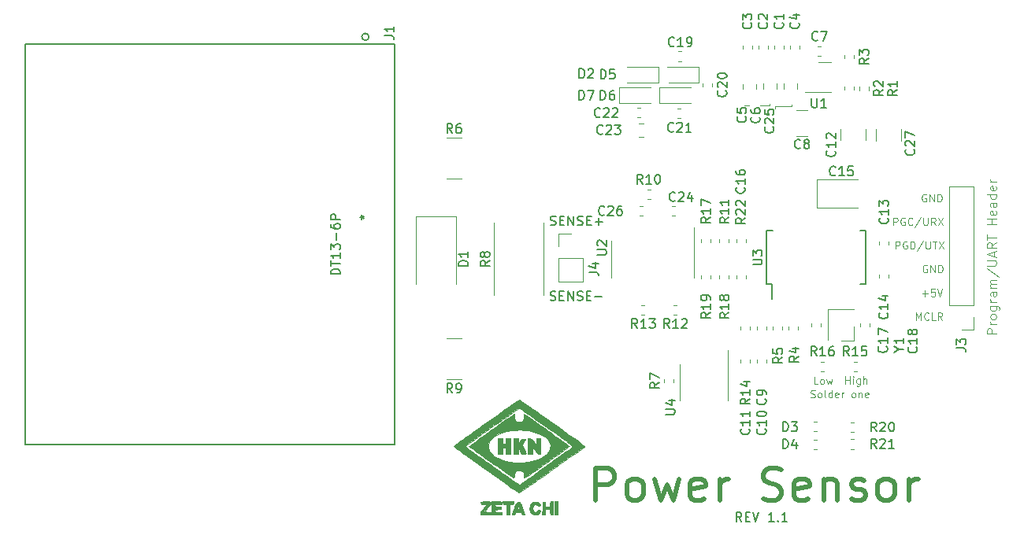
<source format=gbr>
G04 #@! TF.GenerationSoftware,KiCad,Pcbnew,(5.1.2)-2*
G04 #@! TF.CreationDate,2020-01-18T23:29:07-05:00*
G04 #@! TF.ProjectId,PowerSenseModule,506f7765-7253-4656-9e73-654d6f64756c,1.0*
G04 #@! TF.SameCoordinates,Original*
G04 #@! TF.FileFunction,Legend,Top*
G04 #@! TF.FilePolarity,Positive*
%FSLAX46Y46*%
G04 Gerber Fmt 4.6, Leading zero omitted, Abs format (unit mm)*
G04 Created by KiCad (PCBNEW (5.1.2)-2) date 2020-01-18 23:29:07*
%MOMM*%
%LPD*%
G04 APERTURE LIST*
%ADD10C,0.150000*%
%ADD11C,0.120000*%
%ADD12C,0.100000*%
%ADD13C,0.500000*%
%ADD14C,0.152400*%
%ADD15C,0.010000*%
G04 APERTURE END LIST*
D10*
X149975476Y-88249761D02*
X150118333Y-88297380D01*
X150356428Y-88297380D01*
X150451666Y-88249761D01*
X150499285Y-88202142D01*
X150546904Y-88106904D01*
X150546904Y-88011666D01*
X150499285Y-87916428D01*
X150451666Y-87868809D01*
X150356428Y-87821190D01*
X150165952Y-87773571D01*
X150070714Y-87725952D01*
X150023095Y-87678333D01*
X149975476Y-87583095D01*
X149975476Y-87487857D01*
X150023095Y-87392619D01*
X150070714Y-87345000D01*
X150165952Y-87297380D01*
X150404047Y-87297380D01*
X150546904Y-87345000D01*
X150975476Y-87773571D02*
X151308809Y-87773571D01*
X151451666Y-88297380D02*
X150975476Y-88297380D01*
X150975476Y-87297380D01*
X151451666Y-87297380D01*
X151880238Y-88297380D02*
X151880238Y-87297380D01*
X152451666Y-88297380D01*
X152451666Y-87297380D01*
X152880238Y-88249761D02*
X153023095Y-88297380D01*
X153261190Y-88297380D01*
X153356428Y-88249761D01*
X153404047Y-88202142D01*
X153451666Y-88106904D01*
X153451666Y-88011666D01*
X153404047Y-87916428D01*
X153356428Y-87868809D01*
X153261190Y-87821190D01*
X153070714Y-87773571D01*
X152975476Y-87725952D01*
X152927857Y-87678333D01*
X152880238Y-87583095D01*
X152880238Y-87487857D01*
X152927857Y-87392619D01*
X152975476Y-87345000D01*
X153070714Y-87297380D01*
X153308809Y-87297380D01*
X153451666Y-87345000D01*
X153880238Y-87773571D02*
X154213571Y-87773571D01*
X154356428Y-88297380D02*
X153880238Y-88297380D01*
X153880238Y-87297380D01*
X154356428Y-87297380D01*
X154785000Y-87916428D02*
X155546904Y-87916428D01*
X155165952Y-88297380D02*
X155165952Y-87535476D01*
X149950476Y-96324761D02*
X150093333Y-96372380D01*
X150331428Y-96372380D01*
X150426666Y-96324761D01*
X150474285Y-96277142D01*
X150521904Y-96181904D01*
X150521904Y-96086666D01*
X150474285Y-95991428D01*
X150426666Y-95943809D01*
X150331428Y-95896190D01*
X150140952Y-95848571D01*
X150045714Y-95800952D01*
X149998095Y-95753333D01*
X149950476Y-95658095D01*
X149950476Y-95562857D01*
X149998095Y-95467619D01*
X150045714Y-95420000D01*
X150140952Y-95372380D01*
X150379047Y-95372380D01*
X150521904Y-95420000D01*
X150950476Y-95848571D02*
X151283809Y-95848571D01*
X151426666Y-96372380D02*
X150950476Y-96372380D01*
X150950476Y-95372380D01*
X151426666Y-95372380D01*
X151855238Y-96372380D02*
X151855238Y-95372380D01*
X152426666Y-96372380D01*
X152426666Y-95372380D01*
X152855238Y-96324761D02*
X152998095Y-96372380D01*
X153236190Y-96372380D01*
X153331428Y-96324761D01*
X153379047Y-96277142D01*
X153426666Y-96181904D01*
X153426666Y-96086666D01*
X153379047Y-95991428D01*
X153331428Y-95943809D01*
X153236190Y-95896190D01*
X153045714Y-95848571D01*
X152950476Y-95800952D01*
X152902857Y-95753333D01*
X152855238Y-95658095D01*
X152855238Y-95562857D01*
X152902857Y-95467619D01*
X152950476Y-95420000D01*
X153045714Y-95372380D01*
X153283809Y-95372380D01*
X153426666Y-95420000D01*
X153855238Y-95848571D02*
X154188571Y-95848571D01*
X154331428Y-96372380D02*
X153855238Y-96372380D01*
X153855238Y-95372380D01*
X154331428Y-95372380D01*
X154760000Y-95991428D02*
X155521904Y-95991428D01*
D11*
X170835000Y-75420000D02*
X171360000Y-75420000D01*
X174110000Y-75470000D02*
X174110000Y-75745000D01*
X173535000Y-75395000D02*
X173535000Y-75245000D01*
X172485000Y-75395000D02*
X173535000Y-75395000D01*
X175860000Y-75470000D02*
X175860000Y-75270000D01*
X174110000Y-75470000D02*
X175860000Y-75470000D01*
D12*
X181667142Y-105331904D02*
X181667142Y-104531904D01*
X181667142Y-104912857D02*
X182124285Y-104912857D01*
X182124285Y-105331904D02*
X182124285Y-104531904D01*
X182505238Y-105331904D02*
X182505238Y-104798571D01*
X182505238Y-104531904D02*
X182467142Y-104570000D01*
X182505238Y-104608095D01*
X182543333Y-104570000D01*
X182505238Y-104531904D01*
X182505238Y-104608095D01*
X183229047Y-104798571D02*
X183229047Y-105446190D01*
X183190952Y-105522380D01*
X183152857Y-105560476D01*
X183076666Y-105598571D01*
X182962380Y-105598571D01*
X182886190Y-105560476D01*
X183229047Y-105293809D02*
X183152857Y-105331904D01*
X183000476Y-105331904D01*
X182924285Y-105293809D01*
X182886190Y-105255714D01*
X182848095Y-105179523D01*
X182848095Y-104950952D01*
X182886190Y-104874761D01*
X182924285Y-104836666D01*
X183000476Y-104798571D01*
X183152857Y-104798571D01*
X183229047Y-104836666D01*
X183610000Y-105331904D02*
X183610000Y-104531904D01*
X183952857Y-105331904D02*
X183952857Y-104912857D01*
X183914761Y-104836666D01*
X183838571Y-104798571D01*
X183724285Y-104798571D01*
X183648095Y-104836666D01*
X183610000Y-104874761D01*
X178726666Y-105381904D02*
X178345714Y-105381904D01*
X178345714Y-104581904D01*
X179107619Y-105381904D02*
X179031428Y-105343809D01*
X178993333Y-105305714D01*
X178955238Y-105229523D01*
X178955238Y-105000952D01*
X178993333Y-104924761D01*
X179031428Y-104886666D01*
X179107619Y-104848571D01*
X179221904Y-104848571D01*
X179298095Y-104886666D01*
X179336190Y-104924761D01*
X179374285Y-105000952D01*
X179374285Y-105229523D01*
X179336190Y-105305714D01*
X179298095Y-105343809D01*
X179221904Y-105381904D01*
X179107619Y-105381904D01*
X179640952Y-104848571D02*
X179793333Y-105381904D01*
X179945714Y-105000952D01*
X180098095Y-105381904D01*
X180250476Y-104848571D01*
X177936190Y-106793809D02*
X178050476Y-106831904D01*
X178240952Y-106831904D01*
X178317142Y-106793809D01*
X178355238Y-106755714D01*
X178393333Y-106679523D01*
X178393333Y-106603333D01*
X178355238Y-106527142D01*
X178317142Y-106489047D01*
X178240952Y-106450952D01*
X178088571Y-106412857D01*
X178012380Y-106374761D01*
X177974285Y-106336666D01*
X177936190Y-106260476D01*
X177936190Y-106184285D01*
X177974285Y-106108095D01*
X178012380Y-106070000D01*
X178088571Y-106031904D01*
X178279047Y-106031904D01*
X178393333Y-106070000D01*
X178850476Y-106831904D02*
X178774285Y-106793809D01*
X178736190Y-106755714D01*
X178698095Y-106679523D01*
X178698095Y-106450952D01*
X178736190Y-106374761D01*
X178774285Y-106336666D01*
X178850476Y-106298571D01*
X178964761Y-106298571D01*
X179040952Y-106336666D01*
X179079047Y-106374761D01*
X179117142Y-106450952D01*
X179117142Y-106679523D01*
X179079047Y-106755714D01*
X179040952Y-106793809D01*
X178964761Y-106831904D01*
X178850476Y-106831904D01*
X179574285Y-106831904D02*
X179498095Y-106793809D01*
X179460000Y-106717619D01*
X179460000Y-106031904D01*
X180221904Y-106831904D02*
X180221904Y-106031904D01*
X180221904Y-106793809D02*
X180145714Y-106831904D01*
X179993333Y-106831904D01*
X179917142Y-106793809D01*
X179879047Y-106755714D01*
X179840952Y-106679523D01*
X179840952Y-106450952D01*
X179879047Y-106374761D01*
X179917142Y-106336666D01*
X179993333Y-106298571D01*
X180145714Y-106298571D01*
X180221904Y-106336666D01*
X180907619Y-106793809D02*
X180831428Y-106831904D01*
X180679047Y-106831904D01*
X180602857Y-106793809D01*
X180564761Y-106717619D01*
X180564761Y-106412857D01*
X180602857Y-106336666D01*
X180679047Y-106298571D01*
X180831428Y-106298571D01*
X180907619Y-106336666D01*
X180945714Y-106412857D01*
X180945714Y-106489047D01*
X180564761Y-106565238D01*
X181288571Y-106831904D02*
X181288571Y-106298571D01*
X181288571Y-106450952D02*
X181326666Y-106374761D01*
X181364761Y-106336666D01*
X181440952Y-106298571D01*
X181517142Y-106298571D01*
X182507619Y-106831904D02*
X182431428Y-106793809D01*
X182393333Y-106755714D01*
X182355238Y-106679523D01*
X182355238Y-106450952D01*
X182393333Y-106374761D01*
X182431428Y-106336666D01*
X182507619Y-106298571D01*
X182621904Y-106298571D01*
X182698095Y-106336666D01*
X182736190Y-106374761D01*
X182774285Y-106450952D01*
X182774285Y-106679523D01*
X182736190Y-106755714D01*
X182698095Y-106793809D01*
X182621904Y-106831904D01*
X182507619Y-106831904D01*
X183117142Y-106298571D02*
X183117142Y-106831904D01*
X183117142Y-106374761D02*
X183155238Y-106336666D01*
X183231428Y-106298571D01*
X183345714Y-106298571D01*
X183421904Y-106336666D01*
X183460000Y-106412857D01*
X183460000Y-106831904D01*
X184145714Y-106793809D02*
X184069523Y-106831904D01*
X183917142Y-106831904D01*
X183840952Y-106793809D01*
X183802857Y-106717619D01*
X183802857Y-106412857D01*
X183840952Y-106336666D01*
X183917142Y-106298571D01*
X184069523Y-106298571D01*
X184145714Y-106336666D01*
X184183809Y-106412857D01*
X184183809Y-106489047D01*
X183802857Y-106565238D01*
X190350476Y-84970000D02*
X190274285Y-84931904D01*
X190160000Y-84931904D01*
X190045714Y-84970000D01*
X189969523Y-85046190D01*
X189931428Y-85122380D01*
X189893333Y-85274761D01*
X189893333Y-85389047D01*
X189931428Y-85541428D01*
X189969523Y-85617619D01*
X190045714Y-85693809D01*
X190160000Y-85731904D01*
X190236190Y-85731904D01*
X190350476Y-85693809D01*
X190388571Y-85655714D01*
X190388571Y-85389047D01*
X190236190Y-85389047D01*
X190731428Y-85731904D02*
X190731428Y-84931904D01*
X191188571Y-85731904D01*
X191188571Y-84931904D01*
X191569523Y-85731904D02*
X191569523Y-84931904D01*
X191760000Y-84931904D01*
X191874285Y-84970000D01*
X191950476Y-85046190D01*
X191988571Y-85122380D01*
X192026666Y-85274761D01*
X192026666Y-85389047D01*
X191988571Y-85541428D01*
X191950476Y-85617619D01*
X191874285Y-85693809D01*
X191760000Y-85731904D01*
X191569523Y-85731904D01*
X186831428Y-88281904D02*
X186831428Y-87481904D01*
X187136190Y-87481904D01*
X187212380Y-87520000D01*
X187250476Y-87558095D01*
X187288571Y-87634285D01*
X187288571Y-87748571D01*
X187250476Y-87824761D01*
X187212380Y-87862857D01*
X187136190Y-87900952D01*
X186831428Y-87900952D01*
X188050476Y-87520000D02*
X187974285Y-87481904D01*
X187860000Y-87481904D01*
X187745714Y-87520000D01*
X187669523Y-87596190D01*
X187631428Y-87672380D01*
X187593333Y-87824761D01*
X187593333Y-87939047D01*
X187631428Y-88091428D01*
X187669523Y-88167619D01*
X187745714Y-88243809D01*
X187860000Y-88281904D01*
X187936190Y-88281904D01*
X188050476Y-88243809D01*
X188088571Y-88205714D01*
X188088571Y-87939047D01*
X187936190Y-87939047D01*
X188888571Y-88205714D02*
X188850476Y-88243809D01*
X188736190Y-88281904D01*
X188660000Y-88281904D01*
X188545714Y-88243809D01*
X188469523Y-88167619D01*
X188431428Y-88091428D01*
X188393333Y-87939047D01*
X188393333Y-87824761D01*
X188431428Y-87672380D01*
X188469523Y-87596190D01*
X188545714Y-87520000D01*
X188660000Y-87481904D01*
X188736190Y-87481904D01*
X188850476Y-87520000D01*
X188888571Y-87558095D01*
X189802857Y-87443809D02*
X189117142Y-88472380D01*
X190069523Y-87481904D02*
X190069523Y-88129523D01*
X190107619Y-88205714D01*
X190145714Y-88243809D01*
X190221904Y-88281904D01*
X190374285Y-88281904D01*
X190450476Y-88243809D01*
X190488571Y-88205714D01*
X190526666Y-88129523D01*
X190526666Y-87481904D01*
X191364761Y-88281904D02*
X191098095Y-87900952D01*
X190907619Y-88281904D02*
X190907619Y-87481904D01*
X191212380Y-87481904D01*
X191288571Y-87520000D01*
X191326666Y-87558095D01*
X191364761Y-87634285D01*
X191364761Y-87748571D01*
X191326666Y-87824761D01*
X191288571Y-87862857D01*
X191212380Y-87900952D01*
X190907619Y-87900952D01*
X191631428Y-87481904D02*
X192164761Y-88281904D01*
X192164761Y-87481904D02*
X191631428Y-88281904D01*
X187076666Y-90831904D02*
X187076666Y-90031904D01*
X187381428Y-90031904D01*
X187457619Y-90070000D01*
X187495714Y-90108095D01*
X187533809Y-90184285D01*
X187533809Y-90298571D01*
X187495714Y-90374761D01*
X187457619Y-90412857D01*
X187381428Y-90450952D01*
X187076666Y-90450952D01*
X188295714Y-90070000D02*
X188219523Y-90031904D01*
X188105238Y-90031904D01*
X187990952Y-90070000D01*
X187914761Y-90146190D01*
X187876666Y-90222380D01*
X187838571Y-90374761D01*
X187838571Y-90489047D01*
X187876666Y-90641428D01*
X187914761Y-90717619D01*
X187990952Y-90793809D01*
X188105238Y-90831904D01*
X188181428Y-90831904D01*
X188295714Y-90793809D01*
X188333809Y-90755714D01*
X188333809Y-90489047D01*
X188181428Y-90489047D01*
X188676666Y-90831904D02*
X188676666Y-90031904D01*
X188867142Y-90031904D01*
X188981428Y-90070000D01*
X189057619Y-90146190D01*
X189095714Y-90222380D01*
X189133809Y-90374761D01*
X189133809Y-90489047D01*
X189095714Y-90641428D01*
X189057619Y-90717619D01*
X188981428Y-90793809D01*
X188867142Y-90831904D01*
X188676666Y-90831904D01*
X190048095Y-89993809D02*
X189362380Y-91022380D01*
X190314761Y-90031904D02*
X190314761Y-90679523D01*
X190352857Y-90755714D01*
X190390952Y-90793809D01*
X190467142Y-90831904D01*
X190619523Y-90831904D01*
X190695714Y-90793809D01*
X190733809Y-90755714D01*
X190771904Y-90679523D01*
X190771904Y-90031904D01*
X191038571Y-90031904D02*
X191495714Y-90031904D01*
X191267142Y-90831904D02*
X191267142Y-90031904D01*
X191686190Y-90031904D02*
X192219523Y-90831904D01*
X192219523Y-90031904D02*
X191686190Y-90831904D01*
X190450476Y-92620000D02*
X190374285Y-92581904D01*
X190260000Y-92581904D01*
X190145714Y-92620000D01*
X190069523Y-92696190D01*
X190031428Y-92772380D01*
X189993333Y-92924761D01*
X189993333Y-93039047D01*
X190031428Y-93191428D01*
X190069523Y-93267619D01*
X190145714Y-93343809D01*
X190260000Y-93381904D01*
X190336190Y-93381904D01*
X190450476Y-93343809D01*
X190488571Y-93305714D01*
X190488571Y-93039047D01*
X190336190Y-93039047D01*
X190831428Y-93381904D02*
X190831428Y-92581904D01*
X191288571Y-93381904D01*
X191288571Y-92581904D01*
X191669523Y-93381904D02*
X191669523Y-92581904D01*
X191860000Y-92581904D01*
X191974285Y-92620000D01*
X192050476Y-92696190D01*
X192088571Y-92772380D01*
X192126666Y-92924761D01*
X192126666Y-93039047D01*
X192088571Y-93191428D01*
X192050476Y-93267619D01*
X191974285Y-93343809D01*
X191860000Y-93381904D01*
X191669523Y-93381904D01*
X189931428Y-95627142D02*
X190540952Y-95627142D01*
X190236190Y-95931904D02*
X190236190Y-95322380D01*
X191302857Y-95131904D02*
X190921904Y-95131904D01*
X190883809Y-95512857D01*
X190921904Y-95474761D01*
X190998095Y-95436666D01*
X191188571Y-95436666D01*
X191264761Y-95474761D01*
X191302857Y-95512857D01*
X191340952Y-95589047D01*
X191340952Y-95779523D01*
X191302857Y-95855714D01*
X191264761Y-95893809D01*
X191188571Y-95931904D01*
X190998095Y-95931904D01*
X190921904Y-95893809D01*
X190883809Y-95855714D01*
X191569523Y-95131904D02*
X191836190Y-95931904D01*
X192102857Y-95131904D01*
X189269523Y-98481904D02*
X189269523Y-97681904D01*
X189536190Y-98253333D01*
X189802857Y-97681904D01*
X189802857Y-98481904D01*
X190640952Y-98405714D02*
X190602857Y-98443809D01*
X190488571Y-98481904D01*
X190412380Y-98481904D01*
X190298095Y-98443809D01*
X190221904Y-98367619D01*
X190183809Y-98291428D01*
X190145714Y-98139047D01*
X190145714Y-98024761D01*
X190183809Y-97872380D01*
X190221904Y-97796190D01*
X190298095Y-97720000D01*
X190412380Y-97681904D01*
X190488571Y-97681904D01*
X190602857Y-97720000D01*
X190640952Y-97758095D01*
X191364761Y-98481904D02*
X190983809Y-98481904D01*
X190983809Y-97681904D01*
X192088571Y-98481904D02*
X191821904Y-98100952D01*
X191631428Y-98481904D02*
X191631428Y-97681904D01*
X191936190Y-97681904D01*
X192012380Y-97720000D01*
X192050476Y-97758095D01*
X192088571Y-97834285D01*
X192088571Y-97948571D01*
X192050476Y-98024761D01*
X192012380Y-98062857D01*
X191936190Y-98100952D01*
X191631428Y-98100952D01*
X197912380Y-99958095D02*
X196912380Y-99958095D01*
X196912380Y-99577142D01*
X196960000Y-99481904D01*
X197007619Y-99434285D01*
X197102857Y-99386666D01*
X197245714Y-99386666D01*
X197340952Y-99434285D01*
X197388571Y-99481904D01*
X197436190Y-99577142D01*
X197436190Y-99958095D01*
X197912380Y-98958095D02*
X197245714Y-98958095D01*
X197436190Y-98958095D02*
X197340952Y-98910476D01*
X197293333Y-98862857D01*
X197245714Y-98767619D01*
X197245714Y-98672380D01*
X197912380Y-98196190D02*
X197864761Y-98291428D01*
X197817142Y-98339047D01*
X197721904Y-98386666D01*
X197436190Y-98386666D01*
X197340952Y-98339047D01*
X197293333Y-98291428D01*
X197245714Y-98196190D01*
X197245714Y-98053333D01*
X197293333Y-97958095D01*
X197340952Y-97910476D01*
X197436190Y-97862857D01*
X197721904Y-97862857D01*
X197817142Y-97910476D01*
X197864761Y-97958095D01*
X197912380Y-98053333D01*
X197912380Y-98196190D01*
X197245714Y-97005714D02*
X198055238Y-97005714D01*
X198150476Y-97053333D01*
X198198095Y-97100952D01*
X198245714Y-97196190D01*
X198245714Y-97339047D01*
X198198095Y-97434285D01*
X197864761Y-97005714D02*
X197912380Y-97100952D01*
X197912380Y-97291428D01*
X197864761Y-97386666D01*
X197817142Y-97434285D01*
X197721904Y-97481904D01*
X197436190Y-97481904D01*
X197340952Y-97434285D01*
X197293333Y-97386666D01*
X197245714Y-97291428D01*
X197245714Y-97100952D01*
X197293333Y-97005714D01*
X197912380Y-96529523D02*
X197245714Y-96529523D01*
X197436190Y-96529523D02*
X197340952Y-96481904D01*
X197293333Y-96434285D01*
X197245714Y-96339047D01*
X197245714Y-96243809D01*
X197912380Y-95481904D02*
X197388571Y-95481904D01*
X197293333Y-95529523D01*
X197245714Y-95624761D01*
X197245714Y-95815238D01*
X197293333Y-95910476D01*
X197864761Y-95481904D02*
X197912380Y-95577142D01*
X197912380Y-95815238D01*
X197864761Y-95910476D01*
X197769523Y-95958095D01*
X197674285Y-95958095D01*
X197579047Y-95910476D01*
X197531428Y-95815238D01*
X197531428Y-95577142D01*
X197483809Y-95481904D01*
X197912380Y-95005714D02*
X197245714Y-95005714D01*
X197340952Y-95005714D02*
X197293333Y-94958095D01*
X197245714Y-94862857D01*
X197245714Y-94720000D01*
X197293333Y-94624761D01*
X197388571Y-94577142D01*
X197912380Y-94577142D01*
X197388571Y-94577142D02*
X197293333Y-94529523D01*
X197245714Y-94434285D01*
X197245714Y-94291428D01*
X197293333Y-94196190D01*
X197388571Y-94148571D01*
X197912380Y-94148571D01*
X196864761Y-92958095D02*
X198150476Y-93815238D01*
X196912380Y-92624761D02*
X197721904Y-92624761D01*
X197817142Y-92577142D01*
X197864761Y-92529523D01*
X197912380Y-92434285D01*
X197912380Y-92243809D01*
X197864761Y-92148571D01*
X197817142Y-92100952D01*
X197721904Y-92053333D01*
X196912380Y-92053333D01*
X197626666Y-91624761D02*
X197626666Y-91148571D01*
X197912380Y-91720000D02*
X196912380Y-91386666D01*
X197912380Y-91053333D01*
X197912380Y-90148571D02*
X197436190Y-90481904D01*
X197912380Y-90720000D02*
X196912380Y-90720000D01*
X196912380Y-90339047D01*
X196960000Y-90243809D01*
X197007619Y-90196190D01*
X197102857Y-90148571D01*
X197245714Y-90148571D01*
X197340952Y-90196190D01*
X197388571Y-90243809D01*
X197436190Y-90339047D01*
X197436190Y-90720000D01*
X196912380Y-89862857D02*
X196912380Y-89291428D01*
X197912380Y-89577142D02*
X196912380Y-89577142D01*
X197912380Y-88196190D02*
X196912380Y-88196190D01*
X197388571Y-88196190D02*
X197388571Y-87624761D01*
X197912380Y-87624761D02*
X196912380Y-87624761D01*
X197864761Y-86767619D02*
X197912380Y-86862857D01*
X197912380Y-87053333D01*
X197864761Y-87148571D01*
X197769523Y-87196190D01*
X197388571Y-87196190D01*
X197293333Y-87148571D01*
X197245714Y-87053333D01*
X197245714Y-86862857D01*
X197293333Y-86767619D01*
X197388571Y-86720000D01*
X197483809Y-86720000D01*
X197579047Y-87196190D01*
X197912380Y-85862857D02*
X197388571Y-85862857D01*
X197293333Y-85910476D01*
X197245714Y-86005714D01*
X197245714Y-86196190D01*
X197293333Y-86291428D01*
X197864761Y-85862857D02*
X197912380Y-85958095D01*
X197912380Y-86196190D01*
X197864761Y-86291428D01*
X197769523Y-86339047D01*
X197674285Y-86339047D01*
X197579047Y-86291428D01*
X197531428Y-86196190D01*
X197531428Y-85958095D01*
X197483809Y-85862857D01*
X197912380Y-84958095D02*
X196912380Y-84958095D01*
X197864761Y-84958095D02*
X197912380Y-85053333D01*
X197912380Y-85243809D01*
X197864761Y-85339047D01*
X197817142Y-85386666D01*
X197721904Y-85434285D01*
X197436190Y-85434285D01*
X197340952Y-85386666D01*
X197293333Y-85339047D01*
X197245714Y-85243809D01*
X197245714Y-85053333D01*
X197293333Y-84958095D01*
X197864761Y-84100952D02*
X197912380Y-84196190D01*
X197912380Y-84386666D01*
X197864761Y-84481904D01*
X197769523Y-84529523D01*
X197388571Y-84529523D01*
X197293333Y-84481904D01*
X197245714Y-84386666D01*
X197245714Y-84196190D01*
X197293333Y-84100952D01*
X197388571Y-84053333D01*
X197483809Y-84053333D01*
X197579047Y-84529523D01*
X197912380Y-83624761D02*
X197245714Y-83624761D01*
X197436190Y-83624761D02*
X197340952Y-83577142D01*
X197293333Y-83529523D01*
X197245714Y-83434285D01*
X197245714Y-83339047D01*
D13*
X154826666Y-117903333D02*
X154826666Y-114403333D01*
X156160000Y-114403333D01*
X156493333Y-114570000D01*
X156660000Y-114736666D01*
X156826666Y-115070000D01*
X156826666Y-115570000D01*
X156660000Y-115903333D01*
X156493333Y-116070000D01*
X156160000Y-116236666D01*
X154826666Y-116236666D01*
X158826666Y-117903333D02*
X158493333Y-117736666D01*
X158326666Y-117570000D01*
X158160000Y-117236666D01*
X158160000Y-116236666D01*
X158326666Y-115903333D01*
X158493333Y-115736666D01*
X158826666Y-115570000D01*
X159326666Y-115570000D01*
X159660000Y-115736666D01*
X159826666Y-115903333D01*
X159993333Y-116236666D01*
X159993333Y-117236666D01*
X159826666Y-117570000D01*
X159660000Y-117736666D01*
X159326666Y-117903333D01*
X158826666Y-117903333D01*
X161160000Y-115570000D02*
X161826666Y-117903333D01*
X162493333Y-116236666D01*
X163160000Y-117903333D01*
X163826666Y-115570000D01*
X166493333Y-117736666D02*
X166160000Y-117903333D01*
X165493333Y-117903333D01*
X165160000Y-117736666D01*
X164993333Y-117403333D01*
X164993333Y-116070000D01*
X165160000Y-115736666D01*
X165493333Y-115570000D01*
X166160000Y-115570000D01*
X166493333Y-115736666D01*
X166660000Y-116070000D01*
X166660000Y-116403333D01*
X164993333Y-116736666D01*
X168160000Y-117903333D02*
X168160000Y-115570000D01*
X168160000Y-116236666D02*
X168326666Y-115903333D01*
X168493333Y-115736666D01*
X168826666Y-115570000D01*
X169160000Y-115570000D01*
X172826666Y-117736666D02*
X173326666Y-117903333D01*
X174160000Y-117903333D01*
X174493333Y-117736666D01*
X174660000Y-117570000D01*
X174826666Y-117236666D01*
X174826666Y-116903333D01*
X174660000Y-116570000D01*
X174493333Y-116403333D01*
X174160000Y-116236666D01*
X173493333Y-116070000D01*
X173160000Y-115903333D01*
X172993333Y-115736666D01*
X172826666Y-115403333D01*
X172826666Y-115070000D01*
X172993333Y-114736666D01*
X173160000Y-114570000D01*
X173493333Y-114403333D01*
X174326666Y-114403333D01*
X174826666Y-114570000D01*
X177660000Y-117736666D02*
X177326666Y-117903333D01*
X176660000Y-117903333D01*
X176326666Y-117736666D01*
X176160000Y-117403333D01*
X176160000Y-116070000D01*
X176326666Y-115736666D01*
X176660000Y-115570000D01*
X177326666Y-115570000D01*
X177660000Y-115736666D01*
X177826666Y-116070000D01*
X177826666Y-116403333D01*
X176160000Y-116736666D01*
X179326666Y-115570000D02*
X179326666Y-117903333D01*
X179326666Y-115903333D02*
X179493333Y-115736666D01*
X179826666Y-115570000D01*
X180326666Y-115570000D01*
X180660000Y-115736666D01*
X180826666Y-116070000D01*
X180826666Y-117903333D01*
X182326666Y-117736666D02*
X182660000Y-117903333D01*
X183326666Y-117903333D01*
X183660000Y-117736666D01*
X183826666Y-117403333D01*
X183826666Y-117236666D01*
X183660000Y-116903333D01*
X183326666Y-116736666D01*
X182826666Y-116736666D01*
X182493333Y-116570000D01*
X182326666Y-116236666D01*
X182326666Y-116070000D01*
X182493333Y-115736666D01*
X182826666Y-115570000D01*
X183326666Y-115570000D01*
X183660000Y-115736666D01*
X185826666Y-117903333D02*
X185493333Y-117736666D01*
X185326666Y-117570000D01*
X185160000Y-117236666D01*
X185160000Y-116236666D01*
X185326666Y-115903333D01*
X185493333Y-115736666D01*
X185826666Y-115570000D01*
X186326666Y-115570000D01*
X186660000Y-115736666D01*
X186826666Y-115903333D01*
X186993333Y-116236666D01*
X186993333Y-117236666D01*
X186826666Y-117570000D01*
X186660000Y-117736666D01*
X186326666Y-117903333D01*
X185826666Y-117903333D01*
X188493333Y-117903333D02*
X188493333Y-115570000D01*
X188493333Y-116236666D02*
X188660000Y-115903333D01*
X188826666Y-115736666D01*
X189160000Y-115570000D01*
X189493333Y-115570000D01*
D10*
X170517142Y-120172380D02*
X170183809Y-119696190D01*
X169945714Y-120172380D02*
X169945714Y-119172380D01*
X170326666Y-119172380D01*
X170421904Y-119220000D01*
X170469523Y-119267619D01*
X170517142Y-119362857D01*
X170517142Y-119505714D01*
X170469523Y-119600952D01*
X170421904Y-119648571D01*
X170326666Y-119696190D01*
X169945714Y-119696190D01*
X170945714Y-119648571D02*
X171279047Y-119648571D01*
X171421904Y-120172380D02*
X170945714Y-120172380D01*
X170945714Y-119172380D01*
X171421904Y-119172380D01*
X171707619Y-119172380D02*
X172040952Y-120172380D01*
X172374285Y-119172380D01*
X173993333Y-120172380D02*
X173421904Y-120172380D01*
X173707619Y-120172380D02*
X173707619Y-119172380D01*
X173612380Y-119315238D01*
X173517142Y-119410476D01*
X173421904Y-119458095D01*
X174421904Y-120077142D02*
X174469523Y-120124761D01*
X174421904Y-120172380D01*
X174374285Y-120124761D01*
X174421904Y-120077142D01*
X174421904Y-120172380D01*
X175421904Y-120172380D02*
X174850476Y-120172380D01*
X175136190Y-120172380D02*
X175136190Y-119172380D01*
X175040952Y-119315238D01*
X174945714Y-119410476D01*
X174850476Y-119458095D01*
D11*
X165370000Y-91945000D02*
X165370000Y-88495000D01*
X165370000Y-91945000D02*
X165370000Y-93895000D01*
X156500000Y-91945000D02*
X156500000Y-89995000D01*
X156500000Y-91945000D02*
X156500000Y-93895000D01*
X182543000Y-100670000D02*
X182543000Y-99220000D01*
X179760000Y-100620000D02*
X179760000Y-97314000D01*
X182543000Y-97320000D02*
X179760000Y-97320000D01*
X182543000Y-100670000D02*
X181210000Y-100670000D01*
D14*
X130461000Y-68009000D02*
G75*
G03X130461000Y-68009000I-381000J0D01*
G01*
X93504000Y-111874800D02*
X133255000Y-111874800D01*
X93504000Y-68821800D02*
X93504000Y-111874800D01*
X133255000Y-68821800D02*
X93504000Y-68821800D01*
X133255000Y-111874800D02*
X133255000Y-68821800D01*
D11*
X184950000Y-77967936D02*
X184950000Y-79172064D01*
X187670000Y-77967936D02*
X187670000Y-79172064D01*
X181125000Y-77942936D02*
X181125000Y-79147064D01*
X183845000Y-77942936D02*
X183845000Y-79147064D01*
X177599564Y-75935000D02*
X176395436Y-75935000D01*
X177599564Y-78655000D02*
X176395436Y-78655000D01*
X157350000Y-73450000D02*
X160700000Y-73450000D01*
X157350000Y-75150000D02*
X160700000Y-75150000D01*
X157350000Y-73450000D02*
X157350000Y-75150000D01*
X161700000Y-73450000D02*
X165050000Y-73450000D01*
X161700000Y-75150000D02*
X165050000Y-75150000D01*
X161700000Y-73450000D02*
X161700000Y-75150000D01*
X165900000Y-72900000D02*
X162700000Y-72900000D01*
X165900000Y-71200000D02*
X162550000Y-71200000D01*
X165900000Y-72900000D02*
X165900000Y-71200000D01*
X161550000Y-72900000D02*
X158200000Y-72900000D01*
X161550000Y-71200000D02*
X158200000Y-71200000D01*
X161550000Y-72900000D02*
X161550000Y-71200000D01*
X159856267Y-86260000D02*
X159513733Y-86260000D01*
X159856267Y-87280000D02*
X159513733Y-87280000D01*
X140402369Y-100470000D02*
X138807631Y-100470000D01*
X140402369Y-104890000D02*
X138807631Y-104890000D01*
X138807631Y-83300000D02*
X140402369Y-83300000D01*
X138807631Y-78880000D02*
X140402369Y-78880000D01*
X139810000Y-87320000D02*
X139810000Y-94620000D01*
X135510000Y-87320000D02*
X135510000Y-94620000D01*
X139810000Y-87320000D02*
X135510000Y-87320000D01*
X175050000Y-73058748D02*
X175050000Y-73581252D01*
X176470000Y-73058748D02*
X176470000Y-73581252D01*
X172850000Y-73058748D02*
X172850000Y-73581252D01*
X174270000Y-73058748D02*
X174270000Y-73581252D01*
X159448748Y-78755000D02*
X159971252Y-78755000D01*
X159448748Y-77335000D02*
X159971252Y-77335000D01*
X159328733Y-76660000D02*
X159671267Y-76660000D01*
X159328733Y-75640000D02*
X159671267Y-75640000D01*
X163628733Y-76710000D02*
X163971267Y-76710000D01*
X163628733Y-75690000D02*
X163971267Y-75690000D01*
X166290000Y-72978733D02*
X166290000Y-73321267D01*
X167310000Y-72978733D02*
X167310000Y-73321267D01*
X163728733Y-70610000D02*
X164071267Y-70610000D01*
X163728733Y-69590000D02*
X164071267Y-69590000D01*
X170650000Y-73083748D02*
X170650000Y-73606252D01*
X172070000Y-73083748D02*
X172070000Y-73606252D01*
D15*
G36*
X147904639Y-111251051D02*
G01*
X147991998Y-111284423D01*
X148076097Y-111364885D01*
X148182924Y-111512764D01*
X148239078Y-111597222D01*
X148471644Y-111950000D01*
X148472156Y-111597222D01*
X148472667Y-111244444D01*
X148924222Y-111244444D01*
X148924222Y-112881333D01*
X148740330Y-112881333D01*
X148640404Y-112871264D01*
X148555900Y-112828099D01*
X148464109Y-112732396D01*
X148342323Y-112564716D01*
X148302885Y-112506844D01*
X148049334Y-112132355D01*
X148032643Y-112506844D01*
X148015953Y-112881333D01*
X147569556Y-112881333D01*
X147569556Y-111244444D01*
X147788034Y-111244444D01*
X147904639Y-111251051D01*
X147904639Y-111251051D01*
G37*
X147904639Y-111251051D02*
X147991998Y-111284423D01*
X148076097Y-111364885D01*
X148182924Y-111512764D01*
X148239078Y-111597222D01*
X148471644Y-111950000D01*
X148472156Y-111597222D01*
X148472667Y-111244444D01*
X148924222Y-111244444D01*
X148924222Y-112881333D01*
X148740330Y-112881333D01*
X148640404Y-112871264D01*
X148555900Y-112828099D01*
X148464109Y-112732396D01*
X148342323Y-112564716D01*
X148302885Y-112506844D01*
X148049334Y-112132355D01*
X148032643Y-112506844D01*
X148015953Y-112881333D01*
X147569556Y-112881333D01*
X147569556Y-111244444D01*
X147788034Y-111244444D01*
X147904639Y-111251051D01*
G36*
X146498430Y-111540778D02*
G01*
X146499748Y-111837111D01*
X146653652Y-111554889D01*
X146748728Y-111392766D01*
X146829621Y-111305951D01*
X146931070Y-111268015D01*
X147047445Y-111255310D01*
X147193741Y-111250779D01*
X147278685Y-111259863D01*
X147287334Y-111266937D01*
X147260880Y-111327309D01*
X147192317Y-111454111D01*
X147118000Y-111583111D01*
X147026790Y-111746613D01*
X146965314Y-111873680D01*
X146948667Y-111925871D01*
X146972428Y-112002134D01*
X147034363Y-112145714D01*
X147110639Y-112304387D01*
X147202886Y-112495790D01*
X147277402Y-112663769D01*
X147311998Y-112754333D01*
X147327023Y-112831604D01*
X147292010Y-112868858D01*
X147181821Y-112880552D01*
X147091185Y-112881333D01*
X146830984Y-112881333D01*
X146664092Y-112528555D01*
X146497200Y-112175778D01*
X146497156Y-112528555D01*
X146497111Y-112881333D01*
X146045556Y-112881333D01*
X146045556Y-111244444D01*
X146497111Y-111244444D01*
X146498430Y-111540778D01*
X146498430Y-111540778D01*
G37*
X146498430Y-111540778D02*
X146499748Y-111837111D01*
X146653652Y-111554889D01*
X146748728Y-111392766D01*
X146829621Y-111305951D01*
X146931070Y-111268015D01*
X147047445Y-111255310D01*
X147193741Y-111250779D01*
X147278685Y-111259863D01*
X147287334Y-111266937D01*
X147260880Y-111327309D01*
X147192317Y-111454111D01*
X147118000Y-111583111D01*
X147026790Y-111746613D01*
X146965314Y-111873680D01*
X146948667Y-111925871D01*
X146972428Y-112002134D01*
X147034363Y-112145714D01*
X147110639Y-112304387D01*
X147202886Y-112495790D01*
X147277402Y-112663769D01*
X147311998Y-112754333D01*
X147327023Y-112831604D01*
X147292010Y-112868858D01*
X147181821Y-112880552D01*
X147091185Y-112881333D01*
X146830984Y-112881333D01*
X146664092Y-112528555D01*
X146497200Y-112175778D01*
X146497156Y-112528555D01*
X146497111Y-112881333D01*
X146045556Y-112881333D01*
X146045556Y-111244444D01*
X146497111Y-111244444D01*
X146498430Y-111540778D01*
G36*
X144803778Y-111526666D02*
G01*
X144807477Y-111693735D01*
X144830224Y-111777046D01*
X144889490Y-111805720D01*
X144973111Y-111808889D01*
X145073352Y-111802723D01*
X145123339Y-111764811D01*
X145140543Y-111666035D01*
X145142445Y-111526666D01*
X145142445Y-111244444D01*
X145706889Y-111244444D01*
X145706889Y-112881333D01*
X145142445Y-112881333D01*
X145142445Y-112204000D01*
X144803778Y-112204000D01*
X144803778Y-112881333D01*
X144295778Y-112881333D01*
X144295778Y-111244444D01*
X144803778Y-111244444D01*
X144803778Y-111526666D01*
X144803778Y-111526666D01*
G37*
X144803778Y-111526666D02*
X144807477Y-111693735D01*
X144830224Y-111777046D01*
X144889490Y-111805720D01*
X144973111Y-111808889D01*
X145073352Y-111802723D01*
X145123339Y-111764811D01*
X145140543Y-111666035D01*
X145142445Y-111526666D01*
X145142445Y-111244444D01*
X145706889Y-111244444D01*
X145706889Y-112881333D01*
X145142445Y-112881333D01*
X145142445Y-112204000D01*
X144803778Y-112204000D01*
X144803778Y-112881333D01*
X144295778Y-112881333D01*
X144295778Y-111244444D01*
X144803778Y-111244444D01*
X144803778Y-111526666D01*
G36*
X147192009Y-108623113D02*
G01*
X147322264Y-108712858D01*
X147523570Y-108853397D01*
X147785508Y-109037335D01*
X148097661Y-109257281D01*
X148449610Y-109505839D01*
X148830938Y-109775618D01*
X149231227Y-110059223D01*
X149640059Y-110349261D01*
X150047016Y-110638339D01*
X150441679Y-110919063D01*
X150813631Y-111184040D01*
X151152455Y-111425876D01*
X151447731Y-111637178D01*
X151689042Y-111810553D01*
X151865971Y-111938607D01*
X151968099Y-112013947D01*
X151988589Y-112030216D01*
X151950553Y-112067590D01*
X151830405Y-112162376D01*
X151638477Y-112307193D01*
X151385103Y-112494661D01*
X151080614Y-112717400D01*
X150735343Y-112968031D01*
X150359623Y-113239173D01*
X149963787Y-113523447D01*
X149558166Y-113813472D01*
X149153094Y-114101869D01*
X148758903Y-114381257D01*
X148385926Y-114644257D01*
X148044495Y-114883489D01*
X147744943Y-115091572D01*
X147497602Y-115261127D01*
X147312805Y-115384774D01*
X147200885Y-115455133D01*
X147175248Y-115468102D01*
X147140013Y-115429831D01*
X147120196Y-115305338D01*
X147118000Y-115231629D01*
X147077056Y-114969844D01*
X146958828Y-114783496D01*
X146770222Y-114680471D01*
X146619173Y-114661899D01*
X146375603Y-114704416D01*
X146207657Y-114830348D01*
X146117650Y-115037262D01*
X146102000Y-115205394D01*
X146088571Y-115391408D01*
X146047920Y-115469790D01*
X146031445Y-115472720D01*
X145972989Y-115439900D01*
X145831653Y-115347575D01*
X145616365Y-115201930D01*
X145336053Y-115009148D01*
X144999646Y-114775413D01*
X144616072Y-114506908D01*
X144194260Y-114209818D01*
X143743138Y-113890326D01*
X143606884Y-113793497D01*
X143149814Y-113468208D01*
X142720744Y-113162417D01*
X142328452Y-112882409D01*
X141981713Y-112634470D01*
X141689306Y-112424885D01*
X141460007Y-112259939D01*
X141302593Y-112145917D01*
X141225841Y-112089104D01*
X141219876Y-112084177D01*
X141258949Y-112047156D01*
X141379840Y-111952227D01*
X141418459Y-111923040D01*
X143277665Y-111923040D01*
X143292818Y-112240494D01*
X143410291Y-112551049D01*
X143625103Y-112845403D01*
X143932276Y-113114250D01*
X144292067Y-113331015D01*
X144886189Y-113573738D01*
X145541552Y-113738882D01*
X146234589Y-113823381D01*
X146941738Y-113824168D01*
X147548051Y-113754723D01*
X147973703Y-113671519D01*
X148324828Y-113577206D01*
X148639783Y-113459425D01*
X148956921Y-113305818D01*
X148980667Y-113293151D01*
X149255592Y-113135584D01*
X149456337Y-112990608D01*
X149614356Y-112830994D01*
X149761103Y-112629513D01*
X149778842Y-112602171D01*
X149917715Y-112297998D01*
X149948680Y-111994008D01*
X149876579Y-111695955D01*
X149706257Y-111409591D01*
X149442556Y-111140668D01*
X149090320Y-110894938D01*
X148654392Y-110678153D01*
X148139615Y-110496065D01*
X147964667Y-110447533D01*
X147590722Y-110375474D01*
X147146604Y-110330171D01*
X146665937Y-110311655D01*
X146182346Y-110319957D01*
X145729455Y-110355109D01*
X145340889Y-110417141D01*
X145227111Y-110444989D01*
X144728856Y-110609022D01*
X144283110Y-110809910D01*
X143904100Y-111038744D01*
X143606054Y-111286616D01*
X143403200Y-111544615D01*
X143369813Y-111607993D01*
X143277665Y-111923040D01*
X141418459Y-111923040D01*
X141572285Y-111806786D01*
X141826022Y-111618230D01*
X142130786Y-111393956D01*
X142476314Y-111141362D01*
X142852342Y-110867845D01*
X143248607Y-110580801D01*
X143654845Y-110287627D01*
X144060793Y-109995722D01*
X144456187Y-109712481D01*
X144830763Y-109445302D01*
X145174259Y-109201581D01*
X145476410Y-108988717D01*
X145726953Y-108814106D01*
X145915624Y-108685145D01*
X146032159Y-108609231D01*
X146065954Y-108591555D01*
X146086407Y-108642492D01*
X146100283Y-108773324D01*
X146103795Y-108887889D01*
X146118986Y-109077711D01*
X146155719Y-109232323D01*
X146182126Y-109285123D01*
X146337132Y-109404084D01*
X146546230Y-109454318D01*
X146768230Y-109427648D01*
X146814582Y-109410702D01*
X146983854Y-109295680D01*
X147082319Y-109113736D01*
X147117640Y-108849791D01*
X147118000Y-108813659D01*
X147123687Y-108673566D01*
X147137866Y-108596630D01*
X147143222Y-108591555D01*
X147192009Y-108623113D01*
X147192009Y-108623113D01*
G37*
X147192009Y-108623113D02*
X147322264Y-108712858D01*
X147523570Y-108853397D01*
X147785508Y-109037335D01*
X148097661Y-109257281D01*
X148449610Y-109505839D01*
X148830938Y-109775618D01*
X149231227Y-110059223D01*
X149640059Y-110349261D01*
X150047016Y-110638339D01*
X150441679Y-110919063D01*
X150813631Y-111184040D01*
X151152455Y-111425876D01*
X151447731Y-111637178D01*
X151689042Y-111810553D01*
X151865971Y-111938607D01*
X151968099Y-112013947D01*
X151988589Y-112030216D01*
X151950553Y-112067590D01*
X151830405Y-112162376D01*
X151638477Y-112307193D01*
X151385103Y-112494661D01*
X151080614Y-112717400D01*
X150735343Y-112968031D01*
X150359623Y-113239173D01*
X149963787Y-113523447D01*
X149558166Y-113813472D01*
X149153094Y-114101869D01*
X148758903Y-114381257D01*
X148385926Y-114644257D01*
X148044495Y-114883489D01*
X147744943Y-115091572D01*
X147497602Y-115261127D01*
X147312805Y-115384774D01*
X147200885Y-115455133D01*
X147175248Y-115468102D01*
X147140013Y-115429831D01*
X147120196Y-115305338D01*
X147118000Y-115231629D01*
X147077056Y-114969844D01*
X146958828Y-114783496D01*
X146770222Y-114680471D01*
X146619173Y-114661899D01*
X146375603Y-114704416D01*
X146207657Y-114830348D01*
X146117650Y-115037262D01*
X146102000Y-115205394D01*
X146088571Y-115391408D01*
X146047920Y-115469790D01*
X146031445Y-115472720D01*
X145972989Y-115439900D01*
X145831653Y-115347575D01*
X145616365Y-115201930D01*
X145336053Y-115009148D01*
X144999646Y-114775413D01*
X144616072Y-114506908D01*
X144194260Y-114209818D01*
X143743138Y-113890326D01*
X143606884Y-113793497D01*
X143149814Y-113468208D01*
X142720744Y-113162417D01*
X142328452Y-112882409D01*
X141981713Y-112634470D01*
X141689306Y-112424885D01*
X141460007Y-112259939D01*
X141302593Y-112145917D01*
X141225841Y-112089104D01*
X141219876Y-112084177D01*
X141258949Y-112047156D01*
X141379840Y-111952227D01*
X141418459Y-111923040D01*
X143277665Y-111923040D01*
X143292818Y-112240494D01*
X143410291Y-112551049D01*
X143625103Y-112845403D01*
X143932276Y-113114250D01*
X144292067Y-113331015D01*
X144886189Y-113573738D01*
X145541552Y-113738882D01*
X146234589Y-113823381D01*
X146941738Y-113824168D01*
X147548051Y-113754723D01*
X147973703Y-113671519D01*
X148324828Y-113577206D01*
X148639783Y-113459425D01*
X148956921Y-113305818D01*
X148980667Y-113293151D01*
X149255592Y-113135584D01*
X149456337Y-112990608D01*
X149614356Y-112830994D01*
X149761103Y-112629513D01*
X149778842Y-112602171D01*
X149917715Y-112297998D01*
X149948680Y-111994008D01*
X149876579Y-111695955D01*
X149706257Y-111409591D01*
X149442556Y-111140668D01*
X149090320Y-110894938D01*
X148654392Y-110678153D01*
X148139615Y-110496065D01*
X147964667Y-110447533D01*
X147590722Y-110375474D01*
X147146604Y-110330171D01*
X146665937Y-110311655D01*
X146182346Y-110319957D01*
X145729455Y-110355109D01*
X145340889Y-110417141D01*
X145227111Y-110444989D01*
X144728856Y-110609022D01*
X144283110Y-110809910D01*
X143904100Y-111038744D01*
X143606054Y-111286616D01*
X143403200Y-111544615D01*
X143369813Y-111607993D01*
X143277665Y-111923040D01*
X141418459Y-111923040D01*
X141572285Y-111806786D01*
X141826022Y-111618230D01*
X142130786Y-111393956D01*
X142476314Y-111141362D01*
X142852342Y-110867845D01*
X143248607Y-110580801D01*
X143654845Y-110287627D01*
X144060793Y-109995722D01*
X144456187Y-109712481D01*
X144830763Y-109445302D01*
X145174259Y-109201581D01*
X145476410Y-108988717D01*
X145726953Y-108814106D01*
X145915624Y-108685145D01*
X146032159Y-108609231D01*
X146065954Y-108591555D01*
X146086407Y-108642492D01*
X146100283Y-108773324D01*
X146103795Y-108887889D01*
X146118986Y-109077711D01*
X146155719Y-109232323D01*
X146182126Y-109285123D01*
X146337132Y-109404084D01*
X146546230Y-109454318D01*
X146768230Y-109427648D01*
X146814582Y-109410702D01*
X146983854Y-109295680D01*
X147082319Y-109113736D01*
X147117640Y-108849791D01*
X147118000Y-108813659D01*
X147123687Y-108673566D01*
X147137866Y-108596630D01*
X147143222Y-108591555D01*
X147192009Y-108623113D01*
G36*
X146607931Y-107080526D02*
G01*
X146652481Y-107097848D01*
X146721209Y-107134145D01*
X146819593Y-107193183D01*
X146953109Y-107278729D01*
X147127234Y-107394552D01*
X147347447Y-107544419D01*
X147619223Y-107732096D01*
X147948040Y-107961351D01*
X148339375Y-108235952D01*
X148798706Y-108559665D01*
X149331510Y-108936258D01*
X149943263Y-109369499D01*
X150639444Y-109863155D01*
X150915632Y-110059111D01*
X151409310Y-110410348D01*
X151874458Y-110743089D01*
X152303071Y-111051485D01*
X152687144Y-111329692D01*
X153018670Y-111571861D01*
X153289646Y-111772147D01*
X153492065Y-111924703D01*
X153617922Y-112023682D01*
X153659284Y-112062889D01*
X153614311Y-112104005D01*
X153485400Y-112203549D01*
X153281221Y-112355390D01*
X153010446Y-112553397D01*
X152681745Y-112791440D01*
X152303787Y-113063388D01*
X151885242Y-113363111D01*
X151434782Y-113684477D01*
X150961075Y-114021357D01*
X150472793Y-114367619D01*
X149978605Y-114717134D01*
X149487182Y-115063770D01*
X149007194Y-115401396D01*
X148547311Y-115723883D01*
X148116203Y-116025100D01*
X147722540Y-116298915D01*
X147374994Y-116539199D01*
X147082233Y-116739821D01*
X146852928Y-116894650D01*
X146695749Y-116997555D01*
X146619366Y-117042406D01*
X146615025Y-117043819D01*
X146546507Y-117016084D01*
X146399455Y-116930847D01*
X146186950Y-116796571D01*
X145922073Y-116621714D01*
X145617902Y-116414736D01*
X145306003Y-116197152D01*
X144390555Y-115550482D01*
X143548550Y-114954388D01*
X142781809Y-114410178D01*
X142092150Y-113919163D01*
X141481392Y-113482651D01*
X140951354Y-113101950D01*
X140503856Y-112778369D01*
X140140716Y-112513217D01*
X139863753Y-112307803D01*
X139674787Y-112163436D01*
X139575636Y-112081424D01*
X139559999Y-112062889D01*
X140810887Y-112062889D01*
X140855433Y-112102284D01*
X140982689Y-112200022D01*
X141183162Y-112349311D01*
X141447359Y-112543360D01*
X141765785Y-112775379D01*
X142128948Y-113038576D01*
X142527354Y-113326162D01*
X142951509Y-113631343D01*
X143391920Y-113947331D01*
X143839094Y-114267333D01*
X144283536Y-114584559D01*
X144715754Y-114892218D01*
X145126254Y-115183519D01*
X145505542Y-115451671D01*
X145844125Y-115689883D01*
X146132510Y-115891364D01*
X146361203Y-116049323D01*
X146520710Y-116156970D01*
X146601538Y-116207512D01*
X146609130Y-116210524D01*
X146659043Y-116178507D01*
X146792918Y-116086569D01*
X147002795Y-115940318D01*
X147280712Y-115745361D01*
X147618708Y-115507307D01*
X148008823Y-115231763D01*
X148443096Y-114924337D01*
X148913565Y-114590636D01*
X149412271Y-114236270D01*
X149460445Y-114202006D01*
X149963863Y-113843902D01*
X150441546Y-113504077D01*
X150885280Y-113188375D01*
X151286852Y-112902641D01*
X151638050Y-112652719D01*
X151930661Y-112444453D01*
X152156472Y-112283688D01*
X152307269Y-112176270D01*
X152374842Y-112128041D01*
X152376202Y-112127061D01*
X152385008Y-112105804D01*
X152366005Y-112068780D01*
X152313093Y-112011375D01*
X152220170Y-111928974D01*
X152081137Y-111816964D01*
X151889892Y-111670731D01*
X151640334Y-111485661D01*
X151326363Y-111257139D01*
X150941878Y-110980551D01*
X150480778Y-110651283D01*
X149936962Y-110264722D01*
X149565129Y-110001024D01*
X149055434Y-109640620D01*
X148572105Y-109300469D01*
X148123124Y-108986082D01*
X147716474Y-108702975D01*
X147360137Y-108456658D01*
X147062095Y-108252647D01*
X146830332Y-108096452D01*
X146672829Y-107993587D01*
X146597568Y-107949566D01*
X146592927Y-107948316D01*
X146532970Y-107981415D01*
X146391776Y-108073376D01*
X146178889Y-108217405D01*
X145903857Y-108406709D01*
X145576227Y-108634494D01*
X145205544Y-108893968D01*
X144801356Y-109178335D01*
X144373209Y-109480804D01*
X143930651Y-109794580D01*
X143483226Y-110112870D01*
X143040482Y-110428880D01*
X142611967Y-110735817D01*
X142207225Y-111026888D01*
X141835804Y-111295299D01*
X141507251Y-111534256D01*
X141231112Y-111736966D01*
X141016933Y-111896636D01*
X140874262Y-112006472D01*
X140812645Y-112059680D01*
X140810887Y-112062889D01*
X139559999Y-112062889D01*
X139604915Y-112022900D01*
X139733604Y-111924251D01*
X139937407Y-111773089D01*
X140207664Y-111575559D01*
X140535715Y-111337810D01*
X140912901Y-111065989D01*
X141330562Y-110766241D01*
X141780037Y-110444715D01*
X142252669Y-110107556D01*
X142739796Y-109760912D01*
X143232759Y-109410930D01*
X143722898Y-109063757D01*
X144201554Y-108725539D01*
X144660066Y-108402424D01*
X145089776Y-108100559D01*
X145482023Y-107826090D01*
X145828148Y-107585164D01*
X146119491Y-107383929D01*
X146347391Y-107228531D01*
X146503191Y-107125116D01*
X146578229Y-107079833D01*
X146582081Y-107078411D01*
X146607931Y-107080526D01*
X146607931Y-107080526D01*
G37*
X146607931Y-107080526D02*
X146652481Y-107097848D01*
X146721209Y-107134145D01*
X146819593Y-107193183D01*
X146953109Y-107278729D01*
X147127234Y-107394552D01*
X147347447Y-107544419D01*
X147619223Y-107732096D01*
X147948040Y-107961351D01*
X148339375Y-108235952D01*
X148798706Y-108559665D01*
X149331510Y-108936258D01*
X149943263Y-109369499D01*
X150639444Y-109863155D01*
X150915632Y-110059111D01*
X151409310Y-110410348D01*
X151874458Y-110743089D01*
X152303071Y-111051485D01*
X152687144Y-111329692D01*
X153018670Y-111571861D01*
X153289646Y-111772147D01*
X153492065Y-111924703D01*
X153617922Y-112023682D01*
X153659284Y-112062889D01*
X153614311Y-112104005D01*
X153485400Y-112203549D01*
X153281221Y-112355390D01*
X153010446Y-112553397D01*
X152681745Y-112791440D01*
X152303787Y-113063388D01*
X151885242Y-113363111D01*
X151434782Y-113684477D01*
X150961075Y-114021357D01*
X150472793Y-114367619D01*
X149978605Y-114717134D01*
X149487182Y-115063770D01*
X149007194Y-115401396D01*
X148547311Y-115723883D01*
X148116203Y-116025100D01*
X147722540Y-116298915D01*
X147374994Y-116539199D01*
X147082233Y-116739821D01*
X146852928Y-116894650D01*
X146695749Y-116997555D01*
X146619366Y-117042406D01*
X146615025Y-117043819D01*
X146546507Y-117016084D01*
X146399455Y-116930847D01*
X146186950Y-116796571D01*
X145922073Y-116621714D01*
X145617902Y-116414736D01*
X145306003Y-116197152D01*
X144390555Y-115550482D01*
X143548550Y-114954388D01*
X142781809Y-114410178D01*
X142092150Y-113919163D01*
X141481392Y-113482651D01*
X140951354Y-113101950D01*
X140503856Y-112778369D01*
X140140716Y-112513217D01*
X139863753Y-112307803D01*
X139674787Y-112163436D01*
X139575636Y-112081424D01*
X139559999Y-112062889D01*
X140810887Y-112062889D01*
X140855433Y-112102284D01*
X140982689Y-112200022D01*
X141183162Y-112349311D01*
X141447359Y-112543360D01*
X141765785Y-112775379D01*
X142128948Y-113038576D01*
X142527354Y-113326162D01*
X142951509Y-113631343D01*
X143391920Y-113947331D01*
X143839094Y-114267333D01*
X144283536Y-114584559D01*
X144715754Y-114892218D01*
X145126254Y-115183519D01*
X145505542Y-115451671D01*
X145844125Y-115689883D01*
X146132510Y-115891364D01*
X146361203Y-116049323D01*
X146520710Y-116156970D01*
X146601538Y-116207512D01*
X146609130Y-116210524D01*
X146659043Y-116178507D01*
X146792918Y-116086569D01*
X147002795Y-115940318D01*
X147280712Y-115745361D01*
X147618708Y-115507307D01*
X148008823Y-115231763D01*
X148443096Y-114924337D01*
X148913565Y-114590636D01*
X149412271Y-114236270D01*
X149460445Y-114202006D01*
X149963863Y-113843902D01*
X150441546Y-113504077D01*
X150885280Y-113188375D01*
X151286852Y-112902641D01*
X151638050Y-112652719D01*
X151930661Y-112444453D01*
X152156472Y-112283688D01*
X152307269Y-112176270D01*
X152374842Y-112128041D01*
X152376202Y-112127061D01*
X152385008Y-112105804D01*
X152366005Y-112068780D01*
X152313093Y-112011375D01*
X152220170Y-111928974D01*
X152081137Y-111816964D01*
X151889892Y-111670731D01*
X151640334Y-111485661D01*
X151326363Y-111257139D01*
X150941878Y-110980551D01*
X150480778Y-110651283D01*
X149936962Y-110264722D01*
X149565129Y-110001024D01*
X149055434Y-109640620D01*
X148572105Y-109300469D01*
X148123124Y-108986082D01*
X147716474Y-108702975D01*
X147360137Y-108456658D01*
X147062095Y-108252647D01*
X146830332Y-108096452D01*
X146672829Y-107993587D01*
X146597568Y-107949566D01*
X146592927Y-107948316D01*
X146532970Y-107981415D01*
X146391776Y-108073376D01*
X146178889Y-108217405D01*
X145903857Y-108406709D01*
X145576227Y-108634494D01*
X145205544Y-108893968D01*
X144801356Y-109178335D01*
X144373209Y-109480804D01*
X143930651Y-109794580D01*
X143483226Y-110112870D01*
X143040482Y-110428880D01*
X142611967Y-110735817D01*
X142207225Y-111026888D01*
X141835804Y-111295299D01*
X141507251Y-111534256D01*
X141231112Y-111736966D01*
X141016933Y-111896636D01*
X140874262Y-112006472D01*
X140812645Y-112059680D01*
X140810887Y-112062889D01*
X139559999Y-112062889D01*
X139604915Y-112022900D01*
X139733604Y-111924251D01*
X139937407Y-111773089D01*
X140207664Y-111575559D01*
X140535715Y-111337810D01*
X140912901Y-111065989D01*
X141330562Y-110766241D01*
X141780037Y-110444715D01*
X142252669Y-110107556D01*
X142739796Y-109760912D01*
X143232759Y-109410930D01*
X143722898Y-109063757D01*
X144201554Y-108725539D01*
X144660066Y-108402424D01*
X145089776Y-108100559D01*
X145482023Y-107826090D01*
X145828148Y-107585164D01*
X146119491Y-107383929D01*
X146347391Y-107228531D01*
X146503191Y-107125116D01*
X146578229Y-107079833D01*
X146582081Y-107078411D01*
X146607931Y-107080526D01*
G36*
X150786889Y-119428889D02*
G01*
X150448222Y-119428889D01*
X150448222Y-118017778D01*
X150786889Y-118017778D01*
X150786889Y-119428889D01*
X150786889Y-119428889D01*
G37*
X150786889Y-119428889D02*
X150448222Y-119428889D01*
X150448222Y-118017778D01*
X150786889Y-118017778D01*
X150786889Y-119428889D01*
G36*
X150222445Y-119428889D02*
G01*
X150081334Y-119428889D01*
X149997585Y-119419738D01*
X149955806Y-119373042D01*
X149941559Y-119259929D01*
X149940222Y-119146666D01*
X149940222Y-118864444D01*
X149432222Y-118864444D01*
X149432222Y-119146666D01*
X149428568Y-119313726D01*
X149405837Y-119397031D01*
X149346373Y-119425707D01*
X149261152Y-119428889D01*
X149090081Y-119428889D01*
X149105930Y-118737444D01*
X149121778Y-118046000D01*
X149277000Y-118028139D01*
X149368405Y-118023946D01*
X149414303Y-118056870D01*
X149430352Y-118153955D01*
X149432222Y-118296251D01*
X149432222Y-118582222D01*
X149940222Y-118582222D01*
X149940222Y-118300000D01*
X149944797Y-118132504D01*
X149968146Y-118048944D01*
X150024702Y-118020451D01*
X150081334Y-118017778D01*
X150222445Y-118017778D01*
X150222445Y-119428889D01*
X150222445Y-119428889D01*
G37*
X150222445Y-119428889D02*
X150081334Y-119428889D01*
X149997585Y-119419738D01*
X149955806Y-119373042D01*
X149941559Y-119259929D01*
X149940222Y-119146666D01*
X149940222Y-118864444D01*
X149432222Y-118864444D01*
X149432222Y-119146666D01*
X149428568Y-119313726D01*
X149405837Y-119397031D01*
X149346373Y-119425707D01*
X149261152Y-119428889D01*
X149090081Y-119428889D01*
X149105930Y-118737444D01*
X149121778Y-118046000D01*
X149277000Y-118028139D01*
X149368405Y-118023946D01*
X149414303Y-118056870D01*
X149430352Y-118153955D01*
X149432222Y-118296251D01*
X149432222Y-118582222D01*
X149940222Y-118582222D01*
X149940222Y-118300000D01*
X149944797Y-118132504D01*
X149968146Y-118048944D01*
X150024702Y-118020451D01*
X150081334Y-118017778D01*
X150222445Y-118017778D01*
X150222445Y-119428889D01*
G36*
X148542460Y-118042087D02*
G01*
X148751749Y-118144891D01*
X148809771Y-118198437D01*
X148907402Y-118334838D01*
X148902472Y-118429531D01*
X148794266Y-118489501D01*
X148779627Y-118493386D01*
X148642728Y-118494130D01*
X148535150Y-118406329D01*
X148406678Y-118321375D01*
X148261526Y-118323949D01*
X148141391Y-118406631D01*
X148101083Y-118483575D01*
X148070003Y-118664368D01*
X148074554Y-118859701D01*
X148111450Y-119019486D01*
X148139439Y-119068553D01*
X148262373Y-119140302D01*
X148410147Y-119128018D01*
X148539372Y-119037605D01*
X148558618Y-119011516D01*
X148666621Y-118910120D01*
X148758355Y-118905440D01*
X148874417Y-118958971D01*
X148899804Y-119049342D01*
X148843950Y-119194613D01*
X148757824Y-119323682D01*
X148645777Y-119395502D01*
X148474885Y-119425118D01*
X148331281Y-119428889D01*
X148142569Y-119409351D01*
X147998250Y-119333043D01*
X147912564Y-119255213D01*
X147811818Y-119140860D01*
X147759690Y-119028364D01*
X147740750Y-118872980D01*
X147738889Y-118751544D01*
X147748887Y-118539746D01*
X147787705Y-118393802D01*
X147868579Y-118267757D01*
X147883403Y-118249805D01*
X148076478Y-118096308D01*
X148306767Y-118026481D01*
X148542460Y-118042087D01*
X148542460Y-118042087D01*
G37*
X148542460Y-118042087D02*
X148751749Y-118144891D01*
X148809771Y-118198437D01*
X148907402Y-118334838D01*
X148902472Y-118429531D01*
X148794266Y-118489501D01*
X148779627Y-118493386D01*
X148642728Y-118494130D01*
X148535150Y-118406329D01*
X148406678Y-118321375D01*
X148261526Y-118323949D01*
X148141391Y-118406631D01*
X148101083Y-118483575D01*
X148070003Y-118664368D01*
X148074554Y-118859701D01*
X148111450Y-119019486D01*
X148139439Y-119068553D01*
X148262373Y-119140302D01*
X148410147Y-119128018D01*
X148539372Y-119037605D01*
X148558618Y-119011516D01*
X148666621Y-118910120D01*
X148758355Y-118905440D01*
X148874417Y-118958971D01*
X148899804Y-119049342D01*
X148843950Y-119194613D01*
X148757824Y-119323682D01*
X148645777Y-119395502D01*
X148474885Y-119425118D01*
X148331281Y-119428889D01*
X148142569Y-119409351D01*
X147998250Y-119333043D01*
X147912564Y-119255213D01*
X147811818Y-119140860D01*
X147759690Y-119028364D01*
X147740750Y-118872980D01*
X147738889Y-118751544D01*
X147748887Y-118539746D01*
X147787705Y-118393802D01*
X147868579Y-118267757D01*
X147883403Y-118249805D01*
X148076478Y-118096308D01*
X148306767Y-118026481D01*
X148542460Y-118042087D01*
G36*
X146515926Y-118029216D02*
G01*
X146570133Y-118034213D01*
X146613809Y-118045352D01*
X146654042Y-118075850D01*
X146697922Y-118138924D01*
X146752538Y-118247793D01*
X146824980Y-118415673D01*
X146922336Y-118655782D01*
X147051696Y-118981337D01*
X147122850Y-119160778D01*
X147229242Y-119428889D01*
X147038629Y-119428889D01*
X146900204Y-119412635D01*
X146832513Y-119347429D01*
X146812599Y-119287778D01*
X146776442Y-119199570D01*
X146703671Y-119158241D01*
X146559517Y-119146846D01*
X146523048Y-119146666D01*
X146356833Y-119156503D01*
X146263783Y-119197495D01*
X146205037Y-119286861D01*
X146204619Y-119287778D01*
X146115281Y-119398698D01*
X145974012Y-119428889D01*
X145859981Y-119416538D01*
X145834144Y-119367709D01*
X145844761Y-119330111D01*
X145997857Y-118923366D01*
X146064100Y-118750619D01*
X146390513Y-118750619D01*
X146415733Y-118837025D01*
X146522397Y-118864444D01*
X146613016Y-118855720D01*
X146633888Y-118807746D01*
X146599001Y-118687820D01*
X146598525Y-118686455D01*
X146552676Y-118571640D01*
X146514764Y-118551600D01*
X146460350Y-118612577D01*
X146390513Y-118750619D01*
X146064100Y-118750619D01*
X146117871Y-118610398D01*
X146211019Y-118379158D01*
X146283518Y-118217596D01*
X146341585Y-118113661D01*
X146391437Y-118055304D01*
X146439291Y-118030475D01*
X146491364Y-118027124D01*
X146515926Y-118029216D01*
X146515926Y-118029216D01*
G37*
X146515926Y-118029216D02*
X146570133Y-118034213D01*
X146613809Y-118045352D01*
X146654042Y-118075850D01*
X146697922Y-118138924D01*
X146752538Y-118247793D01*
X146824980Y-118415673D01*
X146922336Y-118655782D01*
X147051696Y-118981337D01*
X147122850Y-119160778D01*
X147229242Y-119428889D01*
X147038629Y-119428889D01*
X146900204Y-119412635D01*
X146832513Y-119347429D01*
X146812599Y-119287778D01*
X146776442Y-119199570D01*
X146703671Y-119158241D01*
X146559517Y-119146846D01*
X146523048Y-119146666D01*
X146356833Y-119156503D01*
X146263783Y-119197495D01*
X146205037Y-119286861D01*
X146204619Y-119287778D01*
X146115281Y-119398698D01*
X145974012Y-119428889D01*
X145859981Y-119416538D01*
X145834144Y-119367709D01*
X145844761Y-119330111D01*
X145997857Y-118923366D01*
X146064100Y-118750619D01*
X146390513Y-118750619D01*
X146415733Y-118837025D01*
X146522397Y-118864444D01*
X146613016Y-118855720D01*
X146633888Y-118807746D01*
X146599001Y-118687820D01*
X146598525Y-118686455D01*
X146552676Y-118571640D01*
X146514764Y-118551600D01*
X146460350Y-118612577D01*
X146390513Y-118750619D01*
X146064100Y-118750619D01*
X146117871Y-118610398D01*
X146211019Y-118379158D01*
X146283518Y-118217596D01*
X146341585Y-118113661D01*
X146391437Y-118055304D01*
X146439291Y-118030475D01*
X146491364Y-118027124D01*
X146515926Y-118029216D01*
G36*
X145989111Y-118158889D02*
G01*
X145974351Y-118254316D01*
X145907930Y-118293383D01*
X145791556Y-118300000D01*
X145594000Y-118300000D01*
X145594000Y-119428889D01*
X145255334Y-119428889D01*
X145255334Y-118300000D01*
X145057778Y-118300000D01*
X144924179Y-118289457D01*
X144869486Y-118242013D01*
X144860222Y-118158889D01*
X144860222Y-118017778D01*
X145989111Y-118017778D01*
X145989111Y-118158889D01*
X145989111Y-118158889D01*
G37*
X145989111Y-118158889D02*
X145974351Y-118254316D01*
X145907930Y-118293383D01*
X145791556Y-118300000D01*
X145594000Y-118300000D01*
X145594000Y-119428889D01*
X145255334Y-119428889D01*
X145255334Y-118300000D01*
X145057778Y-118300000D01*
X144924179Y-118289457D01*
X144869486Y-118242013D01*
X144860222Y-118158889D01*
X144860222Y-118017778D01*
X145989111Y-118017778D01*
X145989111Y-118158889D01*
G36*
X144459524Y-118018757D02*
G01*
X144616193Y-118025407D01*
X144702265Y-118043291D01*
X144738885Y-118077973D01*
X144747198Y-118135020D01*
X144747334Y-118158889D01*
X144740900Y-118234744D01*
X144704597Y-118276994D01*
X144612921Y-118295449D01*
X144440366Y-118299918D01*
X144380445Y-118300000D01*
X144183221Y-118302474D01*
X144073370Y-118316437D01*
X144025387Y-118351697D01*
X144013767Y-118418064D01*
X144013556Y-118441111D01*
X144020727Y-118519316D01*
X144059911Y-118561540D01*
X144157617Y-118578825D01*
X144340352Y-118582219D01*
X144352222Y-118582222D01*
X144539916Y-118585210D01*
X144641252Y-118601537D01*
X144682737Y-118642247D01*
X144690882Y-118718387D01*
X144690889Y-118723333D01*
X144683718Y-118801539D01*
X144644534Y-118843762D01*
X144546828Y-118861048D01*
X144364093Y-118864441D01*
X144352222Y-118864444D01*
X144164529Y-118867432D01*
X144063193Y-118883759D01*
X144021707Y-118924470D01*
X144013563Y-119000609D01*
X144013556Y-119005555D01*
X144019989Y-119081410D01*
X144056292Y-119123661D01*
X144147969Y-119142116D01*
X144320523Y-119146585D01*
X144380445Y-119146666D01*
X144577668Y-119149141D01*
X144687519Y-119163103D01*
X144735503Y-119198364D01*
X144747122Y-119264731D01*
X144747334Y-119287778D01*
X144743610Y-119353149D01*
X144718342Y-119394378D01*
X144650383Y-119417028D01*
X144518589Y-119426665D01*
X144301814Y-119428853D01*
X144211111Y-119428889D01*
X143674889Y-119428889D01*
X143674889Y-118017778D01*
X144211111Y-118017778D01*
X144459524Y-118018757D01*
X144459524Y-118018757D01*
G37*
X144459524Y-118018757D02*
X144616193Y-118025407D01*
X144702265Y-118043291D01*
X144738885Y-118077973D01*
X144747198Y-118135020D01*
X144747334Y-118158889D01*
X144740900Y-118234744D01*
X144704597Y-118276994D01*
X144612921Y-118295449D01*
X144440366Y-118299918D01*
X144380445Y-118300000D01*
X144183221Y-118302474D01*
X144073370Y-118316437D01*
X144025387Y-118351697D01*
X144013767Y-118418064D01*
X144013556Y-118441111D01*
X144020727Y-118519316D01*
X144059911Y-118561540D01*
X144157617Y-118578825D01*
X144340352Y-118582219D01*
X144352222Y-118582222D01*
X144539916Y-118585210D01*
X144641252Y-118601537D01*
X144682737Y-118642247D01*
X144690882Y-118718387D01*
X144690889Y-118723333D01*
X144683718Y-118801539D01*
X144644534Y-118843762D01*
X144546828Y-118861048D01*
X144364093Y-118864441D01*
X144352222Y-118864444D01*
X144164529Y-118867432D01*
X144063193Y-118883759D01*
X144021707Y-118924470D01*
X144013563Y-119000609D01*
X144013556Y-119005555D01*
X144019989Y-119081410D01*
X144056292Y-119123661D01*
X144147969Y-119142116D01*
X144320523Y-119146585D01*
X144380445Y-119146666D01*
X144577668Y-119149141D01*
X144687519Y-119163103D01*
X144735503Y-119198364D01*
X144747122Y-119264731D01*
X144747334Y-119287778D01*
X144743610Y-119353149D01*
X144718342Y-119394378D01*
X144650383Y-119417028D01*
X144518589Y-119426665D01*
X144301814Y-119428853D01*
X144211111Y-119428889D01*
X143674889Y-119428889D01*
X143674889Y-118017778D01*
X144211111Y-118017778D01*
X144459524Y-118018757D01*
G36*
X143274320Y-118019046D02*
G01*
X143431091Y-118026225D01*
X143517206Y-118044379D01*
X143553778Y-118078571D01*
X143561924Y-118133864D01*
X143562000Y-118146358D01*
X143526461Y-118248995D01*
X143429659Y-118411574D01*
X143286316Y-118610550D01*
X143217911Y-118696691D01*
X142873822Y-119118444D01*
X143217911Y-119135249D01*
X143407717Y-119147857D01*
X143510864Y-119169939D01*
X143553556Y-119213315D01*
X143562000Y-119289807D01*
X143562000Y-119290471D01*
X143558269Y-119353287D01*
X143533337Y-119393474D01*
X143466593Y-119416085D01*
X143337428Y-119426175D01*
X143125232Y-119428798D01*
X142997556Y-119428889D01*
X142433111Y-119428889D01*
X142433111Y-119283340D01*
X142475048Y-119150296D01*
X142597819Y-118950939D01*
X142775404Y-118718896D01*
X143117696Y-118300000D01*
X142803626Y-118300000D01*
X142624535Y-118296435D01*
X142530818Y-118277510D01*
X142495000Y-118230882D01*
X142489556Y-118158889D01*
X142493279Y-118093517D01*
X142518548Y-118052288D01*
X142586506Y-118029638D01*
X142718300Y-118020001D01*
X142935076Y-118017813D01*
X143025778Y-118017778D01*
X143274320Y-118019046D01*
X143274320Y-118019046D01*
G37*
X143274320Y-118019046D02*
X143431091Y-118026225D01*
X143517206Y-118044379D01*
X143553778Y-118078571D01*
X143561924Y-118133864D01*
X143562000Y-118146358D01*
X143526461Y-118248995D01*
X143429659Y-118411574D01*
X143286316Y-118610550D01*
X143217911Y-118696691D01*
X142873822Y-119118444D01*
X143217911Y-119135249D01*
X143407717Y-119147857D01*
X143510864Y-119169939D01*
X143553556Y-119213315D01*
X143562000Y-119289807D01*
X143562000Y-119290471D01*
X143558269Y-119353287D01*
X143533337Y-119393474D01*
X143466593Y-119416085D01*
X143337428Y-119426175D01*
X143125232Y-119428798D01*
X142997556Y-119428889D01*
X142433111Y-119428889D01*
X142433111Y-119283340D01*
X142475048Y-119150296D01*
X142597819Y-118950939D01*
X142775404Y-118718896D01*
X143117696Y-118300000D01*
X142803626Y-118300000D01*
X142624535Y-118296435D01*
X142530818Y-118277510D01*
X142495000Y-118230882D01*
X142489556Y-118158889D01*
X142493279Y-118093517D01*
X142518548Y-118052288D01*
X142586506Y-118029638D01*
X142718300Y-118020001D01*
X142935076Y-118017813D01*
X143025778Y-118017778D01*
X143274320Y-118019046D01*
D11*
X150830000Y-89190000D02*
X152160000Y-89190000D01*
X150830000Y-90520000D02*
X150830000Y-89190000D01*
X150830000Y-91790000D02*
X153490000Y-91790000D01*
X153490000Y-91790000D02*
X153490000Y-94390000D01*
X150830000Y-91790000D02*
X150830000Y-94390000D01*
X150830000Y-94390000D02*
X153490000Y-94390000D01*
X163063733Y-87280000D02*
X163406267Y-87280000D01*
X163063733Y-86260000D02*
X163406267Y-86260000D01*
X169035000Y-105200000D02*
X169035000Y-101750000D01*
X169035000Y-105200000D02*
X169035000Y-107150000D01*
X163915000Y-105200000D02*
X163915000Y-103250000D01*
X163915000Y-105200000D02*
X163915000Y-107150000D01*
D10*
X173800000Y-94625000D02*
X173800000Y-96225000D01*
X183875000Y-94625000D02*
X183875000Y-88875000D01*
X173225000Y-94625000D02*
X173225000Y-88875000D01*
X183875000Y-94625000D02*
X183225000Y-94625000D01*
X183875000Y-88875000D02*
X183225000Y-88875000D01*
X173225000Y-88875000D02*
X173875000Y-88875000D01*
X173225000Y-94625000D02*
X173800000Y-94625000D01*
D11*
X178753000Y-70696000D02*
X180153000Y-70696000D01*
X177353000Y-73916000D02*
X180153000Y-73916000D01*
X169940000Y-93653733D02*
X169940000Y-93996267D01*
X170960000Y-93653733D02*
X170960000Y-93996267D01*
X182248733Y-112350000D02*
X182591267Y-112350000D01*
X182248733Y-111330000D02*
X182591267Y-111330000D01*
X182248733Y-110500000D02*
X182591267Y-110500000D01*
X182248733Y-109480000D02*
X182591267Y-109480000D01*
X167185000Y-93996267D02*
X167185000Y-93653733D01*
X166165000Y-93996267D02*
X166165000Y-93653733D01*
X169085000Y-93996267D02*
X169085000Y-93653733D01*
X168065000Y-93996267D02*
X168065000Y-93653733D01*
X167185000Y-90146267D02*
X167185000Y-89803733D01*
X166165000Y-90146267D02*
X166165000Y-89803733D01*
X179371267Y-102990000D02*
X179028733Y-102990000D01*
X179371267Y-104010000D02*
X179028733Y-104010000D01*
X182921267Y-102990000D02*
X182578733Y-102990000D01*
X182921267Y-104010000D02*
X182578733Y-104010000D01*
X170390000Y-99203733D02*
X170390000Y-99546267D01*
X171410000Y-99203733D02*
X171410000Y-99546267D01*
X159728733Y-97935000D02*
X160071267Y-97935000D01*
X159728733Y-96915000D02*
X160071267Y-96915000D01*
X163228733Y-97935000D02*
X163571267Y-97935000D01*
X163228733Y-96915000D02*
X163571267Y-96915000D01*
X169085000Y-90146267D02*
X169085000Y-89803733D01*
X168065000Y-90146267D02*
X168065000Y-89803733D01*
X160746267Y-84415000D02*
X160403733Y-84415000D01*
X160746267Y-85435000D02*
X160403733Y-85435000D01*
X143930000Y-87998748D02*
X143930000Y-95771252D01*
X149250000Y-87998748D02*
X149250000Y-95771252D01*
X162190000Y-104828733D02*
X162190000Y-105171267D01*
X163210000Y-104828733D02*
X163210000Y-105171267D01*
X174910000Y-99521267D02*
X174910000Y-99178733D01*
X173890000Y-99521267D02*
X173890000Y-99178733D01*
X176610000Y-99521267D02*
X176610000Y-99178733D01*
X175590000Y-99521267D02*
X175590000Y-99178733D01*
X182565000Y-70318267D02*
X182565000Y-69975733D01*
X181545000Y-70318267D02*
X181545000Y-69975733D01*
X182565000Y-73733267D02*
X182565000Y-73390733D01*
X181545000Y-73733267D02*
X181545000Y-73390733D01*
X184220000Y-73741267D02*
X184220000Y-73398733D01*
X183200000Y-73741267D02*
X183200000Y-73398733D01*
X195480000Y-84140000D02*
X192820000Y-84140000D01*
X195480000Y-96900000D02*
X195480000Y-84140000D01*
X192820000Y-96900000D02*
X192820000Y-84140000D01*
X195480000Y-96900000D02*
X192820000Y-96900000D01*
X195480000Y-98170000D02*
X195480000Y-99500000D01*
X195480000Y-99500000D02*
X194150000Y-99500000D01*
X178238733Y-112380000D02*
X178581267Y-112380000D01*
X178238733Y-111360000D02*
X178581267Y-111360000D01*
X178238733Y-110480000D02*
X178581267Y-110480000D01*
X178238733Y-109460000D02*
X178581267Y-109460000D01*
X184270000Y-99191267D02*
X184270000Y-98848733D01*
X183250000Y-99191267D02*
X183250000Y-98848733D01*
X178050000Y-98848733D02*
X178050000Y-99191267D01*
X179070000Y-98848733D02*
X179070000Y-99191267D01*
X170960000Y-90146267D02*
X170960000Y-89803733D01*
X169940000Y-90146267D02*
X169940000Y-89803733D01*
X178615000Y-86360000D02*
X183000000Y-86360000D01*
X178615000Y-83340000D02*
X178615000Y-86360000D01*
X183000000Y-83340000D02*
X178615000Y-83340000D01*
X185300000Y-93603733D02*
X185300000Y-93946267D01*
X186320000Y-93603733D02*
X186320000Y-93946267D01*
X186320000Y-90391267D02*
X186320000Y-90048733D01*
X185300000Y-90391267D02*
X185300000Y-90048733D01*
X171410000Y-103071267D02*
X171410000Y-102728733D01*
X170390000Y-103071267D02*
X170390000Y-102728733D01*
X173160000Y-103071267D02*
X173160000Y-102728733D01*
X172140000Y-103071267D02*
X172140000Y-102728733D01*
X172140000Y-99178733D02*
X172140000Y-99521267D01*
X173160000Y-99178733D02*
X173160000Y-99521267D01*
X179021267Y-69002000D02*
X178678733Y-69002000D01*
X179021267Y-70022000D02*
X178678733Y-70022000D01*
X176770000Y-69291267D02*
X176770000Y-68948733D01*
X175750000Y-69291267D02*
X175750000Y-68948733D01*
X171670000Y-69291267D02*
X171670000Y-68948733D01*
X170650000Y-69291267D02*
X170650000Y-68948733D01*
X173370000Y-69291267D02*
X173370000Y-68948733D01*
X172350000Y-69291267D02*
X172350000Y-68948733D01*
X175070000Y-69291267D02*
X175070000Y-68948733D01*
X174050000Y-69291267D02*
X174050000Y-68948733D01*
D10*
X154987380Y-91481904D02*
X155796904Y-91481904D01*
X155892142Y-91434285D01*
X155939761Y-91386666D01*
X155987380Y-91291428D01*
X155987380Y-91100952D01*
X155939761Y-91005714D01*
X155892142Y-90958095D01*
X155796904Y-90910476D01*
X154987380Y-90910476D01*
X155082619Y-90481904D02*
X155035000Y-90434285D01*
X154987380Y-90339047D01*
X154987380Y-90100952D01*
X155035000Y-90005714D01*
X155082619Y-89958095D01*
X155177857Y-89910476D01*
X155273095Y-89910476D01*
X155415952Y-89958095D01*
X155987380Y-90529523D01*
X155987380Y-89910476D01*
X187411190Y-101621190D02*
X187887380Y-101621190D01*
X186887380Y-101954523D02*
X187411190Y-101621190D01*
X186887380Y-101287857D01*
X187887380Y-100430714D02*
X187887380Y-101002142D01*
X187887380Y-100716428D02*
X186887380Y-100716428D01*
X187030238Y-100811666D01*
X187125476Y-100906904D01*
X187173095Y-101002142D01*
X132152380Y-67883333D02*
X132866666Y-67883333D01*
X133009523Y-67930952D01*
X133104761Y-68026190D01*
X133152380Y-68169047D01*
X133152380Y-68264285D01*
X133152380Y-66883333D02*
X133152380Y-67454761D01*
X133152380Y-67169047D02*
X132152380Y-67169047D01*
X132295238Y-67264285D01*
X132390476Y-67359523D01*
X132438095Y-67454761D01*
X127357380Y-93538776D02*
X126357380Y-93538776D01*
X126357380Y-93300680D01*
X126405000Y-93157823D01*
X126500238Y-93062585D01*
X126595476Y-93014966D01*
X126785952Y-92967347D01*
X126928809Y-92967347D01*
X127119285Y-93014966D01*
X127214523Y-93062585D01*
X127309761Y-93157823D01*
X127357380Y-93300680D01*
X127357380Y-93538776D01*
X126357380Y-92681633D02*
X126357380Y-92110204D01*
X127357380Y-92395919D02*
X126357380Y-92395919D01*
X127357380Y-91253061D02*
X127357380Y-91824490D01*
X127357380Y-91538776D02*
X126357380Y-91538776D01*
X126500238Y-91634014D01*
X126595476Y-91729252D01*
X126643095Y-91824490D01*
X126357380Y-90919728D02*
X126357380Y-90300680D01*
X126738333Y-90634014D01*
X126738333Y-90491157D01*
X126785952Y-90395919D01*
X126833571Y-90348300D01*
X126928809Y-90300680D01*
X127166904Y-90300680D01*
X127262142Y-90348300D01*
X127309761Y-90395919D01*
X127357380Y-90491157D01*
X127357380Y-90776871D01*
X127309761Y-90872109D01*
X127262142Y-90919728D01*
X126976428Y-89872109D02*
X126976428Y-89110204D01*
X126357380Y-88205442D02*
X126357380Y-88395919D01*
X126405000Y-88491157D01*
X126452619Y-88538776D01*
X126595476Y-88634014D01*
X126785952Y-88681633D01*
X127166904Y-88681633D01*
X127262142Y-88634014D01*
X127309761Y-88586395D01*
X127357380Y-88491157D01*
X127357380Y-88300680D01*
X127309761Y-88205442D01*
X127262142Y-88157823D01*
X127166904Y-88110204D01*
X126928809Y-88110204D01*
X126833571Y-88157823D01*
X126785952Y-88205442D01*
X126738333Y-88300680D01*
X126738333Y-88491157D01*
X126785952Y-88586395D01*
X126833571Y-88634014D01*
X126928809Y-88681633D01*
X127357380Y-87681633D02*
X126357380Y-87681633D01*
X126357380Y-87300680D01*
X126405000Y-87205442D01*
X126452619Y-87157823D01*
X126547857Y-87110204D01*
X126690714Y-87110204D01*
X126785952Y-87157823D01*
X126833571Y-87205442D01*
X126881190Y-87300680D01*
X126881190Y-87681633D01*
X129532380Y-87440000D02*
X129770476Y-87440000D01*
X129675238Y-87678095D02*
X129770476Y-87440000D01*
X129675238Y-87201904D01*
X129960952Y-87582857D02*
X129770476Y-87440000D01*
X129960952Y-87297142D01*
X189017142Y-80112857D02*
X189064761Y-80160476D01*
X189112380Y-80303333D01*
X189112380Y-80398571D01*
X189064761Y-80541428D01*
X188969523Y-80636666D01*
X188874285Y-80684285D01*
X188683809Y-80731904D01*
X188540952Y-80731904D01*
X188350476Y-80684285D01*
X188255238Y-80636666D01*
X188160000Y-80541428D01*
X188112380Y-80398571D01*
X188112380Y-80303333D01*
X188160000Y-80160476D01*
X188207619Y-80112857D01*
X188207619Y-79731904D02*
X188160000Y-79684285D01*
X188112380Y-79589047D01*
X188112380Y-79350952D01*
X188160000Y-79255714D01*
X188207619Y-79208095D01*
X188302857Y-79160476D01*
X188398095Y-79160476D01*
X188540952Y-79208095D01*
X189112380Y-79779523D01*
X189112380Y-79160476D01*
X188112380Y-78827142D02*
X188112380Y-78160476D01*
X189112380Y-78589047D01*
X180517142Y-80262857D02*
X180564761Y-80310476D01*
X180612380Y-80453333D01*
X180612380Y-80548571D01*
X180564761Y-80691428D01*
X180469523Y-80786666D01*
X180374285Y-80834285D01*
X180183809Y-80881904D01*
X180040952Y-80881904D01*
X179850476Y-80834285D01*
X179755238Y-80786666D01*
X179660000Y-80691428D01*
X179612380Y-80548571D01*
X179612380Y-80453333D01*
X179660000Y-80310476D01*
X179707619Y-80262857D01*
X180612380Y-79310476D02*
X180612380Y-79881904D01*
X180612380Y-79596190D02*
X179612380Y-79596190D01*
X179755238Y-79691428D01*
X179850476Y-79786666D01*
X179898095Y-79881904D01*
X179707619Y-78929523D02*
X179660000Y-78881904D01*
X179612380Y-78786666D01*
X179612380Y-78548571D01*
X179660000Y-78453333D01*
X179707619Y-78405714D01*
X179802857Y-78358095D01*
X179898095Y-78358095D01*
X180040952Y-78405714D01*
X180612380Y-78977142D01*
X180612380Y-78358095D01*
X176830833Y-79932142D02*
X176783214Y-79979761D01*
X176640357Y-80027380D01*
X176545119Y-80027380D01*
X176402261Y-79979761D01*
X176307023Y-79884523D01*
X176259404Y-79789285D01*
X176211785Y-79598809D01*
X176211785Y-79455952D01*
X176259404Y-79265476D01*
X176307023Y-79170238D01*
X176402261Y-79075000D01*
X176545119Y-79027380D01*
X176640357Y-79027380D01*
X176783214Y-79075000D01*
X176830833Y-79122619D01*
X177402261Y-79455952D02*
X177307023Y-79408333D01*
X177259404Y-79360714D01*
X177211785Y-79265476D01*
X177211785Y-79217857D01*
X177259404Y-79122619D01*
X177307023Y-79075000D01*
X177402261Y-79027380D01*
X177592738Y-79027380D01*
X177687976Y-79075000D01*
X177735595Y-79122619D01*
X177783214Y-79217857D01*
X177783214Y-79265476D01*
X177735595Y-79360714D01*
X177687976Y-79408333D01*
X177592738Y-79455952D01*
X177402261Y-79455952D01*
X177307023Y-79503571D01*
X177259404Y-79551190D01*
X177211785Y-79646428D01*
X177211785Y-79836904D01*
X177259404Y-79932142D01*
X177307023Y-79979761D01*
X177402261Y-80027380D01*
X177592738Y-80027380D01*
X177687976Y-79979761D01*
X177735595Y-79932142D01*
X177783214Y-79836904D01*
X177783214Y-79646428D01*
X177735595Y-79551190D01*
X177687976Y-79503571D01*
X177592738Y-79455952D01*
X153046904Y-74772380D02*
X153046904Y-73772380D01*
X153285000Y-73772380D01*
X153427857Y-73820000D01*
X153523095Y-73915238D01*
X153570714Y-74010476D01*
X153618333Y-74200952D01*
X153618333Y-74343809D01*
X153570714Y-74534285D01*
X153523095Y-74629523D01*
X153427857Y-74724761D01*
X153285000Y-74772380D01*
X153046904Y-74772380D01*
X153951666Y-73772380D02*
X154618333Y-73772380D01*
X154189761Y-74772380D01*
X155346904Y-74797380D02*
X155346904Y-73797380D01*
X155585000Y-73797380D01*
X155727857Y-73845000D01*
X155823095Y-73940238D01*
X155870714Y-74035476D01*
X155918333Y-74225952D01*
X155918333Y-74368809D01*
X155870714Y-74559285D01*
X155823095Y-74654523D01*
X155727857Y-74749761D01*
X155585000Y-74797380D01*
X155346904Y-74797380D01*
X156775476Y-73797380D02*
X156585000Y-73797380D01*
X156489761Y-73845000D01*
X156442142Y-73892619D01*
X156346904Y-74035476D01*
X156299285Y-74225952D01*
X156299285Y-74606904D01*
X156346904Y-74702142D01*
X156394523Y-74749761D01*
X156489761Y-74797380D01*
X156680238Y-74797380D01*
X156775476Y-74749761D01*
X156823095Y-74702142D01*
X156870714Y-74606904D01*
X156870714Y-74368809D01*
X156823095Y-74273571D01*
X156775476Y-74225952D01*
X156680238Y-74178333D01*
X156489761Y-74178333D01*
X156394523Y-74225952D01*
X156346904Y-74273571D01*
X156299285Y-74368809D01*
X155371904Y-72522380D02*
X155371904Y-71522380D01*
X155610000Y-71522380D01*
X155752857Y-71570000D01*
X155848095Y-71665238D01*
X155895714Y-71760476D01*
X155943333Y-71950952D01*
X155943333Y-72093809D01*
X155895714Y-72284285D01*
X155848095Y-72379523D01*
X155752857Y-72474761D01*
X155610000Y-72522380D01*
X155371904Y-72522380D01*
X156848095Y-71522380D02*
X156371904Y-71522380D01*
X156324285Y-71998571D01*
X156371904Y-71950952D01*
X156467142Y-71903333D01*
X156705238Y-71903333D01*
X156800476Y-71950952D01*
X156848095Y-71998571D01*
X156895714Y-72093809D01*
X156895714Y-72331904D01*
X156848095Y-72427142D01*
X156800476Y-72474761D01*
X156705238Y-72522380D01*
X156467142Y-72522380D01*
X156371904Y-72474761D01*
X156324285Y-72427142D01*
X153071904Y-72447380D02*
X153071904Y-71447380D01*
X153310000Y-71447380D01*
X153452857Y-71495000D01*
X153548095Y-71590238D01*
X153595714Y-71685476D01*
X153643333Y-71875952D01*
X153643333Y-72018809D01*
X153595714Y-72209285D01*
X153548095Y-72304523D01*
X153452857Y-72399761D01*
X153310000Y-72447380D01*
X153071904Y-72447380D01*
X154024285Y-71542619D02*
X154071904Y-71495000D01*
X154167142Y-71447380D01*
X154405238Y-71447380D01*
X154500476Y-71495000D01*
X154548095Y-71542619D01*
X154595714Y-71637857D01*
X154595714Y-71733095D01*
X154548095Y-71875952D01*
X153976666Y-72447380D01*
X154595714Y-72447380D01*
X155767142Y-87127142D02*
X155719523Y-87174761D01*
X155576666Y-87222380D01*
X155481428Y-87222380D01*
X155338571Y-87174761D01*
X155243333Y-87079523D01*
X155195714Y-86984285D01*
X155148095Y-86793809D01*
X155148095Y-86650952D01*
X155195714Y-86460476D01*
X155243333Y-86365238D01*
X155338571Y-86270000D01*
X155481428Y-86222380D01*
X155576666Y-86222380D01*
X155719523Y-86270000D01*
X155767142Y-86317619D01*
X156148095Y-86317619D02*
X156195714Y-86270000D01*
X156290952Y-86222380D01*
X156529047Y-86222380D01*
X156624285Y-86270000D01*
X156671904Y-86317619D01*
X156719523Y-86412857D01*
X156719523Y-86508095D01*
X156671904Y-86650952D01*
X156100476Y-87222380D01*
X156719523Y-87222380D01*
X157576666Y-86222380D02*
X157386190Y-86222380D01*
X157290952Y-86270000D01*
X157243333Y-86317619D01*
X157148095Y-86460476D01*
X157100476Y-86650952D01*
X157100476Y-87031904D01*
X157148095Y-87127142D01*
X157195714Y-87174761D01*
X157290952Y-87222380D01*
X157481428Y-87222380D01*
X157576666Y-87174761D01*
X157624285Y-87127142D01*
X157671904Y-87031904D01*
X157671904Y-86793809D01*
X157624285Y-86698571D01*
X157576666Y-86650952D01*
X157481428Y-86603333D01*
X157290952Y-86603333D01*
X157195714Y-86650952D01*
X157148095Y-86698571D01*
X157100476Y-86793809D01*
X139438333Y-106312380D02*
X139105000Y-105836190D01*
X138866904Y-106312380D02*
X138866904Y-105312380D01*
X139247857Y-105312380D01*
X139343095Y-105360000D01*
X139390714Y-105407619D01*
X139438333Y-105502857D01*
X139438333Y-105645714D01*
X139390714Y-105740952D01*
X139343095Y-105788571D01*
X139247857Y-105836190D01*
X138866904Y-105836190D01*
X139914523Y-106312380D02*
X140105000Y-106312380D01*
X140200238Y-106264761D01*
X140247857Y-106217142D01*
X140343095Y-106074285D01*
X140390714Y-105883809D01*
X140390714Y-105502857D01*
X140343095Y-105407619D01*
X140295476Y-105360000D01*
X140200238Y-105312380D01*
X140009761Y-105312380D01*
X139914523Y-105360000D01*
X139866904Y-105407619D01*
X139819285Y-105502857D01*
X139819285Y-105740952D01*
X139866904Y-105836190D01*
X139914523Y-105883809D01*
X140009761Y-105931428D01*
X140200238Y-105931428D01*
X140295476Y-105883809D01*
X140343095Y-105836190D01*
X140390714Y-105740952D01*
X139438333Y-78362380D02*
X139105000Y-77886190D01*
X138866904Y-78362380D02*
X138866904Y-77362380D01*
X139247857Y-77362380D01*
X139343095Y-77410000D01*
X139390714Y-77457619D01*
X139438333Y-77552857D01*
X139438333Y-77695714D01*
X139390714Y-77790952D01*
X139343095Y-77838571D01*
X139247857Y-77886190D01*
X138866904Y-77886190D01*
X140295476Y-77362380D02*
X140105000Y-77362380D01*
X140009761Y-77410000D01*
X139962142Y-77457619D01*
X139866904Y-77600476D01*
X139819285Y-77790952D01*
X139819285Y-78171904D01*
X139866904Y-78267142D01*
X139914523Y-78314761D01*
X140009761Y-78362380D01*
X140200238Y-78362380D01*
X140295476Y-78314761D01*
X140343095Y-78267142D01*
X140390714Y-78171904D01*
X140390714Y-77933809D01*
X140343095Y-77838571D01*
X140295476Y-77790952D01*
X140200238Y-77743333D01*
X140009761Y-77743333D01*
X139914523Y-77790952D01*
X139866904Y-77838571D01*
X139819285Y-77933809D01*
X141112380Y-92658095D02*
X140112380Y-92658095D01*
X140112380Y-92420000D01*
X140160000Y-92277142D01*
X140255238Y-92181904D01*
X140350476Y-92134285D01*
X140540952Y-92086666D01*
X140683809Y-92086666D01*
X140874285Y-92134285D01*
X140969523Y-92181904D01*
X141064761Y-92277142D01*
X141112380Y-92420000D01*
X141112380Y-92658095D01*
X141112380Y-91134285D02*
X141112380Y-91705714D01*
X141112380Y-91420000D02*
X140112380Y-91420000D01*
X140255238Y-91515238D01*
X140350476Y-91610476D01*
X140398095Y-91705714D01*
X173892142Y-77712857D02*
X173939761Y-77760476D01*
X173987380Y-77903333D01*
X173987380Y-77998571D01*
X173939761Y-78141428D01*
X173844523Y-78236666D01*
X173749285Y-78284285D01*
X173558809Y-78331904D01*
X173415952Y-78331904D01*
X173225476Y-78284285D01*
X173130238Y-78236666D01*
X173035000Y-78141428D01*
X172987380Y-77998571D01*
X172987380Y-77903333D01*
X173035000Y-77760476D01*
X173082619Y-77712857D01*
X173082619Y-77331904D02*
X173035000Y-77284285D01*
X172987380Y-77189047D01*
X172987380Y-76950952D01*
X173035000Y-76855714D01*
X173082619Y-76808095D01*
X173177857Y-76760476D01*
X173273095Y-76760476D01*
X173415952Y-76808095D01*
X173987380Y-77379523D01*
X173987380Y-76760476D01*
X172987380Y-75855714D02*
X172987380Y-76331904D01*
X173463571Y-76379523D01*
X173415952Y-76331904D01*
X173368333Y-76236666D01*
X173368333Y-75998571D01*
X173415952Y-75903333D01*
X173463571Y-75855714D01*
X173558809Y-75808095D01*
X173796904Y-75808095D01*
X173892142Y-75855714D01*
X173939761Y-75903333D01*
X173987380Y-75998571D01*
X173987380Y-76236666D01*
X173939761Y-76331904D01*
X173892142Y-76379523D01*
X172417142Y-76636666D02*
X172464761Y-76684285D01*
X172512380Y-76827142D01*
X172512380Y-76922380D01*
X172464761Y-77065238D01*
X172369523Y-77160476D01*
X172274285Y-77208095D01*
X172083809Y-77255714D01*
X171940952Y-77255714D01*
X171750476Y-77208095D01*
X171655238Y-77160476D01*
X171560000Y-77065238D01*
X171512380Y-76922380D01*
X171512380Y-76827142D01*
X171560000Y-76684285D01*
X171607619Y-76636666D01*
X171512380Y-75779523D02*
X171512380Y-75970000D01*
X171560000Y-76065238D01*
X171607619Y-76112857D01*
X171750476Y-76208095D01*
X171940952Y-76255714D01*
X172321904Y-76255714D01*
X172417142Y-76208095D01*
X172464761Y-76160476D01*
X172512380Y-76065238D01*
X172512380Y-75874761D01*
X172464761Y-75779523D01*
X172417142Y-75731904D01*
X172321904Y-75684285D01*
X172083809Y-75684285D01*
X171988571Y-75731904D01*
X171940952Y-75779523D01*
X171893333Y-75874761D01*
X171893333Y-76065238D01*
X171940952Y-76160476D01*
X171988571Y-76208095D01*
X172083809Y-76255714D01*
X155592142Y-78402142D02*
X155544523Y-78449761D01*
X155401666Y-78497380D01*
X155306428Y-78497380D01*
X155163571Y-78449761D01*
X155068333Y-78354523D01*
X155020714Y-78259285D01*
X154973095Y-78068809D01*
X154973095Y-77925952D01*
X155020714Y-77735476D01*
X155068333Y-77640238D01*
X155163571Y-77545000D01*
X155306428Y-77497380D01*
X155401666Y-77497380D01*
X155544523Y-77545000D01*
X155592142Y-77592619D01*
X155973095Y-77592619D02*
X156020714Y-77545000D01*
X156115952Y-77497380D01*
X156354047Y-77497380D01*
X156449285Y-77545000D01*
X156496904Y-77592619D01*
X156544523Y-77687857D01*
X156544523Y-77783095D01*
X156496904Y-77925952D01*
X155925476Y-78497380D01*
X156544523Y-78497380D01*
X156877857Y-77497380D02*
X157496904Y-77497380D01*
X157163571Y-77878333D01*
X157306428Y-77878333D01*
X157401666Y-77925952D01*
X157449285Y-77973571D01*
X157496904Y-78068809D01*
X157496904Y-78306904D01*
X157449285Y-78402142D01*
X157401666Y-78449761D01*
X157306428Y-78497380D01*
X157020714Y-78497380D01*
X156925476Y-78449761D01*
X156877857Y-78402142D01*
X155317142Y-76577142D02*
X155269523Y-76624761D01*
X155126666Y-76672380D01*
X155031428Y-76672380D01*
X154888571Y-76624761D01*
X154793333Y-76529523D01*
X154745714Y-76434285D01*
X154698095Y-76243809D01*
X154698095Y-76100952D01*
X154745714Y-75910476D01*
X154793333Y-75815238D01*
X154888571Y-75720000D01*
X155031428Y-75672380D01*
X155126666Y-75672380D01*
X155269523Y-75720000D01*
X155317142Y-75767619D01*
X155698095Y-75767619D02*
X155745714Y-75720000D01*
X155840952Y-75672380D01*
X156079047Y-75672380D01*
X156174285Y-75720000D01*
X156221904Y-75767619D01*
X156269523Y-75862857D01*
X156269523Y-75958095D01*
X156221904Y-76100952D01*
X155650476Y-76672380D01*
X156269523Y-76672380D01*
X156650476Y-75767619D02*
X156698095Y-75720000D01*
X156793333Y-75672380D01*
X157031428Y-75672380D01*
X157126666Y-75720000D01*
X157174285Y-75767619D01*
X157221904Y-75862857D01*
X157221904Y-75958095D01*
X157174285Y-76100952D01*
X156602857Y-76672380D01*
X157221904Y-76672380D01*
X163192142Y-78152142D02*
X163144523Y-78199761D01*
X163001666Y-78247380D01*
X162906428Y-78247380D01*
X162763571Y-78199761D01*
X162668333Y-78104523D01*
X162620714Y-78009285D01*
X162573095Y-77818809D01*
X162573095Y-77675952D01*
X162620714Y-77485476D01*
X162668333Y-77390238D01*
X162763571Y-77295000D01*
X162906428Y-77247380D01*
X163001666Y-77247380D01*
X163144523Y-77295000D01*
X163192142Y-77342619D01*
X163573095Y-77342619D02*
X163620714Y-77295000D01*
X163715952Y-77247380D01*
X163954047Y-77247380D01*
X164049285Y-77295000D01*
X164096904Y-77342619D01*
X164144523Y-77437857D01*
X164144523Y-77533095D01*
X164096904Y-77675952D01*
X163525476Y-78247380D01*
X164144523Y-78247380D01*
X165096904Y-78247380D02*
X164525476Y-78247380D01*
X164811190Y-78247380D02*
X164811190Y-77247380D01*
X164715952Y-77390238D01*
X164620714Y-77485476D01*
X164525476Y-77533095D01*
X168817142Y-73812857D02*
X168864761Y-73860476D01*
X168912380Y-74003333D01*
X168912380Y-74098571D01*
X168864761Y-74241428D01*
X168769523Y-74336666D01*
X168674285Y-74384285D01*
X168483809Y-74431904D01*
X168340952Y-74431904D01*
X168150476Y-74384285D01*
X168055238Y-74336666D01*
X167960000Y-74241428D01*
X167912380Y-74098571D01*
X167912380Y-74003333D01*
X167960000Y-73860476D01*
X168007619Y-73812857D01*
X168007619Y-73431904D02*
X167960000Y-73384285D01*
X167912380Y-73289047D01*
X167912380Y-73050952D01*
X167960000Y-72955714D01*
X168007619Y-72908095D01*
X168102857Y-72860476D01*
X168198095Y-72860476D01*
X168340952Y-72908095D01*
X168912380Y-73479523D01*
X168912380Y-72860476D01*
X167912380Y-72241428D02*
X167912380Y-72146190D01*
X167960000Y-72050952D01*
X168007619Y-72003333D01*
X168102857Y-71955714D01*
X168293333Y-71908095D01*
X168531428Y-71908095D01*
X168721904Y-71955714D01*
X168817142Y-72003333D01*
X168864761Y-72050952D01*
X168912380Y-72146190D01*
X168912380Y-72241428D01*
X168864761Y-72336666D01*
X168817142Y-72384285D01*
X168721904Y-72431904D01*
X168531428Y-72479523D01*
X168293333Y-72479523D01*
X168102857Y-72431904D01*
X168007619Y-72384285D01*
X167960000Y-72336666D01*
X167912380Y-72241428D01*
X163267142Y-68952142D02*
X163219523Y-68999761D01*
X163076666Y-69047380D01*
X162981428Y-69047380D01*
X162838571Y-68999761D01*
X162743333Y-68904523D01*
X162695714Y-68809285D01*
X162648095Y-68618809D01*
X162648095Y-68475952D01*
X162695714Y-68285476D01*
X162743333Y-68190238D01*
X162838571Y-68095000D01*
X162981428Y-68047380D01*
X163076666Y-68047380D01*
X163219523Y-68095000D01*
X163267142Y-68142619D01*
X164219523Y-69047380D02*
X163648095Y-69047380D01*
X163933809Y-69047380D02*
X163933809Y-68047380D01*
X163838571Y-68190238D01*
X163743333Y-68285476D01*
X163648095Y-68333095D01*
X164695714Y-69047380D02*
X164886190Y-69047380D01*
X164981428Y-68999761D01*
X165029047Y-68952142D01*
X165124285Y-68809285D01*
X165171904Y-68618809D01*
X165171904Y-68237857D01*
X165124285Y-68142619D01*
X165076666Y-68095000D01*
X164981428Y-68047380D01*
X164790952Y-68047380D01*
X164695714Y-68095000D01*
X164648095Y-68142619D01*
X164600476Y-68237857D01*
X164600476Y-68475952D01*
X164648095Y-68571190D01*
X164695714Y-68618809D01*
X164790952Y-68666428D01*
X164981428Y-68666428D01*
X165076666Y-68618809D01*
X165124285Y-68571190D01*
X165171904Y-68475952D01*
X170917142Y-76586666D02*
X170964761Y-76634285D01*
X171012380Y-76777142D01*
X171012380Y-76872380D01*
X170964761Y-77015238D01*
X170869523Y-77110476D01*
X170774285Y-77158095D01*
X170583809Y-77205714D01*
X170440952Y-77205714D01*
X170250476Y-77158095D01*
X170155238Y-77110476D01*
X170060000Y-77015238D01*
X170012380Y-76872380D01*
X170012380Y-76777142D01*
X170060000Y-76634285D01*
X170107619Y-76586666D01*
X170012380Y-75681904D02*
X170012380Y-76158095D01*
X170488571Y-76205714D01*
X170440952Y-76158095D01*
X170393333Y-76062857D01*
X170393333Y-75824761D01*
X170440952Y-75729523D01*
X170488571Y-75681904D01*
X170583809Y-75634285D01*
X170821904Y-75634285D01*
X170917142Y-75681904D01*
X170964761Y-75729523D01*
X171012380Y-75824761D01*
X171012380Y-76062857D01*
X170964761Y-76158095D01*
X170917142Y-76205714D01*
X154137380Y-93328333D02*
X154851666Y-93328333D01*
X154994523Y-93375952D01*
X155089761Y-93471190D01*
X155137380Y-93614047D01*
X155137380Y-93709285D01*
X154470714Y-92423571D02*
X155137380Y-92423571D01*
X154089761Y-92661666D02*
X154804047Y-92899761D01*
X154804047Y-92280714D01*
X163367142Y-85627142D02*
X163319523Y-85674761D01*
X163176666Y-85722380D01*
X163081428Y-85722380D01*
X162938571Y-85674761D01*
X162843333Y-85579523D01*
X162795714Y-85484285D01*
X162748095Y-85293809D01*
X162748095Y-85150952D01*
X162795714Y-84960476D01*
X162843333Y-84865238D01*
X162938571Y-84770000D01*
X163081428Y-84722380D01*
X163176666Y-84722380D01*
X163319523Y-84770000D01*
X163367142Y-84817619D01*
X163748095Y-84817619D02*
X163795714Y-84770000D01*
X163890952Y-84722380D01*
X164129047Y-84722380D01*
X164224285Y-84770000D01*
X164271904Y-84817619D01*
X164319523Y-84912857D01*
X164319523Y-85008095D01*
X164271904Y-85150952D01*
X163700476Y-85722380D01*
X164319523Y-85722380D01*
X165176666Y-85055714D02*
X165176666Y-85722380D01*
X164938571Y-84674761D02*
X164700476Y-85389047D01*
X165319523Y-85389047D01*
X162362380Y-108631904D02*
X163171904Y-108631904D01*
X163267142Y-108584285D01*
X163314761Y-108536666D01*
X163362380Y-108441428D01*
X163362380Y-108250952D01*
X163314761Y-108155714D01*
X163267142Y-108108095D01*
X163171904Y-108060476D01*
X162362380Y-108060476D01*
X162695714Y-107155714D02*
X163362380Y-107155714D01*
X162314761Y-107393809D02*
X163029047Y-107631904D01*
X163029047Y-107012857D01*
X171712380Y-92531904D02*
X172521904Y-92531904D01*
X172617142Y-92484285D01*
X172664761Y-92436666D01*
X172712380Y-92341428D01*
X172712380Y-92150952D01*
X172664761Y-92055714D01*
X172617142Y-92008095D01*
X172521904Y-91960476D01*
X171712380Y-91960476D01*
X171712380Y-91579523D02*
X171712380Y-90960476D01*
X172093333Y-91293809D01*
X172093333Y-91150952D01*
X172140952Y-91055714D01*
X172188571Y-91008095D01*
X172283809Y-90960476D01*
X172521904Y-90960476D01*
X172617142Y-91008095D01*
X172664761Y-91055714D01*
X172712380Y-91150952D01*
X172712380Y-91436666D01*
X172664761Y-91531904D01*
X172617142Y-91579523D01*
X178048095Y-74622380D02*
X178048095Y-75431904D01*
X178095714Y-75527142D01*
X178143333Y-75574761D01*
X178238571Y-75622380D01*
X178429047Y-75622380D01*
X178524285Y-75574761D01*
X178571904Y-75527142D01*
X178619523Y-75431904D01*
X178619523Y-74622380D01*
X179619523Y-75622380D02*
X179048095Y-75622380D01*
X179333809Y-75622380D02*
X179333809Y-74622380D01*
X179238571Y-74765238D01*
X179143333Y-74860476D01*
X179048095Y-74908095D01*
X170912380Y-87512857D02*
X170436190Y-87846190D01*
X170912380Y-88084285D02*
X169912380Y-88084285D01*
X169912380Y-87703333D01*
X169960000Y-87608095D01*
X170007619Y-87560476D01*
X170102857Y-87512857D01*
X170245714Y-87512857D01*
X170340952Y-87560476D01*
X170388571Y-87608095D01*
X170436190Y-87703333D01*
X170436190Y-88084285D01*
X170007619Y-87131904D02*
X169960000Y-87084285D01*
X169912380Y-86989047D01*
X169912380Y-86750952D01*
X169960000Y-86655714D01*
X170007619Y-86608095D01*
X170102857Y-86560476D01*
X170198095Y-86560476D01*
X170340952Y-86608095D01*
X170912380Y-87179523D01*
X170912380Y-86560476D01*
X170007619Y-86179523D02*
X169960000Y-86131904D01*
X169912380Y-86036666D01*
X169912380Y-85798571D01*
X169960000Y-85703333D01*
X170007619Y-85655714D01*
X170102857Y-85608095D01*
X170198095Y-85608095D01*
X170340952Y-85655714D01*
X170912380Y-86227142D01*
X170912380Y-85608095D01*
X185017142Y-112272380D02*
X184683809Y-111796190D01*
X184445714Y-112272380D02*
X184445714Y-111272380D01*
X184826666Y-111272380D01*
X184921904Y-111320000D01*
X184969523Y-111367619D01*
X185017142Y-111462857D01*
X185017142Y-111605714D01*
X184969523Y-111700952D01*
X184921904Y-111748571D01*
X184826666Y-111796190D01*
X184445714Y-111796190D01*
X185398095Y-111367619D02*
X185445714Y-111320000D01*
X185540952Y-111272380D01*
X185779047Y-111272380D01*
X185874285Y-111320000D01*
X185921904Y-111367619D01*
X185969523Y-111462857D01*
X185969523Y-111558095D01*
X185921904Y-111700952D01*
X185350476Y-112272380D01*
X185969523Y-112272380D01*
X186921904Y-112272380D02*
X186350476Y-112272380D01*
X186636190Y-112272380D02*
X186636190Y-111272380D01*
X186540952Y-111415238D01*
X186445714Y-111510476D01*
X186350476Y-111558095D01*
X185017142Y-110472380D02*
X184683809Y-109996190D01*
X184445714Y-110472380D02*
X184445714Y-109472380D01*
X184826666Y-109472380D01*
X184921904Y-109520000D01*
X184969523Y-109567619D01*
X185017142Y-109662857D01*
X185017142Y-109805714D01*
X184969523Y-109900952D01*
X184921904Y-109948571D01*
X184826666Y-109996190D01*
X184445714Y-109996190D01*
X185398095Y-109567619D02*
X185445714Y-109520000D01*
X185540952Y-109472380D01*
X185779047Y-109472380D01*
X185874285Y-109520000D01*
X185921904Y-109567619D01*
X185969523Y-109662857D01*
X185969523Y-109758095D01*
X185921904Y-109900952D01*
X185350476Y-110472380D01*
X185969523Y-110472380D01*
X186588571Y-109472380D02*
X186683809Y-109472380D01*
X186779047Y-109520000D01*
X186826666Y-109567619D01*
X186874285Y-109662857D01*
X186921904Y-109853333D01*
X186921904Y-110091428D01*
X186874285Y-110281904D01*
X186826666Y-110377142D01*
X186779047Y-110424761D01*
X186683809Y-110472380D01*
X186588571Y-110472380D01*
X186493333Y-110424761D01*
X186445714Y-110377142D01*
X186398095Y-110281904D01*
X186350476Y-110091428D01*
X186350476Y-109853333D01*
X186398095Y-109662857D01*
X186445714Y-109567619D01*
X186493333Y-109520000D01*
X186588571Y-109472380D01*
X167152380Y-97692857D02*
X166676190Y-98026190D01*
X167152380Y-98264285D02*
X166152380Y-98264285D01*
X166152380Y-97883333D01*
X166200000Y-97788095D01*
X166247619Y-97740476D01*
X166342857Y-97692857D01*
X166485714Y-97692857D01*
X166580952Y-97740476D01*
X166628571Y-97788095D01*
X166676190Y-97883333D01*
X166676190Y-98264285D01*
X167152380Y-96740476D02*
X167152380Y-97311904D01*
X167152380Y-97026190D02*
X166152380Y-97026190D01*
X166295238Y-97121428D01*
X166390476Y-97216666D01*
X166438095Y-97311904D01*
X167152380Y-96264285D02*
X167152380Y-96073809D01*
X167104761Y-95978571D01*
X167057142Y-95930952D01*
X166914285Y-95835714D01*
X166723809Y-95788095D01*
X166342857Y-95788095D01*
X166247619Y-95835714D01*
X166200000Y-95883333D01*
X166152380Y-95978571D01*
X166152380Y-96169047D01*
X166200000Y-96264285D01*
X166247619Y-96311904D01*
X166342857Y-96359523D01*
X166580952Y-96359523D01*
X166676190Y-96311904D01*
X166723809Y-96264285D01*
X166771428Y-96169047D01*
X166771428Y-95978571D01*
X166723809Y-95883333D01*
X166676190Y-95835714D01*
X166580952Y-95788095D01*
X169152380Y-97692857D02*
X168676190Y-98026190D01*
X169152380Y-98264285D02*
X168152380Y-98264285D01*
X168152380Y-97883333D01*
X168200000Y-97788095D01*
X168247619Y-97740476D01*
X168342857Y-97692857D01*
X168485714Y-97692857D01*
X168580952Y-97740476D01*
X168628571Y-97788095D01*
X168676190Y-97883333D01*
X168676190Y-98264285D01*
X169152380Y-96740476D02*
X169152380Y-97311904D01*
X169152380Y-97026190D02*
X168152380Y-97026190D01*
X168295238Y-97121428D01*
X168390476Y-97216666D01*
X168438095Y-97311904D01*
X168580952Y-96169047D02*
X168533333Y-96264285D01*
X168485714Y-96311904D01*
X168390476Y-96359523D01*
X168342857Y-96359523D01*
X168247619Y-96311904D01*
X168200000Y-96264285D01*
X168152380Y-96169047D01*
X168152380Y-95978571D01*
X168200000Y-95883333D01*
X168247619Y-95835714D01*
X168342857Y-95788095D01*
X168390476Y-95788095D01*
X168485714Y-95835714D01*
X168533333Y-95883333D01*
X168580952Y-95978571D01*
X168580952Y-96169047D01*
X168628571Y-96264285D01*
X168676190Y-96311904D01*
X168771428Y-96359523D01*
X168961904Y-96359523D01*
X169057142Y-96311904D01*
X169104761Y-96264285D01*
X169152380Y-96169047D01*
X169152380Y-95978571D01*
X169104761Y-95883333D01*
X169057142Y-95835714D01*
X168961904Y-95788095D01*
X168771428Y-95788095D01*
X168676190Y-95835714D01*
X168628571Y-95883333D01*
X168580952Y-95978571D01*
X167152380Y-87442857D02*
X166676190Y-87776190D01*
X167152380Y-88014285D02*
X166152380Y-88014285D01*
X166152380Y-87633333D01*
X166200000Y-87538095D01*
X166247619Y-87490476D01*
X166342857Y-87442857D01*
X166485714Y-87442857D01*
X166580952Y-87490476D01*
X166628571Y-87538095D01*
X166676190Y-87633333D01*
X166676190Y-88014285D01*
X167152380Y-86490476D02*
X167152380Y-87061904D01*
X167152380Y-86776190D02*
X166152380Y-86776190D01*
X166295238Y-86871428D01*
X166390476Y-86966666D01*
X166438095Y-87061904D01*
X166152380Y-86157142D02*
X166152380Y-85490476D01*
X167152380Y-85919047D01*
X178567142Y-102322380D02*
X178233809Y-101846190D01*
X177995714Y-102322380D02*
X177995714Y-101322380D01*
X178376666Y-101322380D01*
X178471904Y-101370000D01*
X178519523Y-101417619D01*
X178567142Y-101512857D01*
X178567142Y-101655714D01*
X178519523Y-101750952D01*
X178471904Y-101798571D01*
X178376666Y-101846190D01*
X177995714Y-101846190D01*
X179519523Y-102322380D02*
X178948095Y-102322380D01*
X179233809Y-102322380D02*
X179233809Y-101322380D01*
X179138571Y-101465238D01*
X179043333Y-101560476D01*
X178948095Y-101608095D01*
X180376666Y-101322380D02*
X180186190Y-101322380D01*
X180090952Y-101370000D01*
X180043333Y-101417619D01*
X179948095Y-101560476D01*
X179900476Y-101750952D01*
X179900476Y-102131904D01*
X179948095Y-102227142D01*
X179995714Y-102274761D01*
X180090952Y-102322380D01*
X180281428Y-102322380D01*
X180376666Y-102274761D01*
X180424285Y-102227142D01*
X180471904Y-102131904D01*
X180471904Y-101893809D01*
X180424285Y-101798571D01*
X180376666Y-101750952D01*
X180281428Y-101703333D01*
X180090952Y-101703333D01*
X179995714Y-101750952D01*
X179948095Y-101798571D01*
X179900476Y-101893809D01*
X182067142Y-102322380D02*
X181733809Y-101846190D01*
X181495714Y-102322380D02*
X181495714Y-101322380D01*
X181876666Y-101322380D01*
X181971904Y-101370000D01*
X182019523Y-101417619D01*
X182067142Y-101512857D01*
X182067142Y-101655714D01*
X182019523Y-101750952D01*
X181971904Y-101798571D01*
X181876666Y-101846190D01*
X181495714Y-101846190D01*
X183019523Y-102322380D02*
X182448095Y-102322380D01*
X182733809Y-102322380D02*
X182733809Y-101322380D01*
X182638571Y-101465238D01*
X182543333Y-101560476D01*
X182448095Y-101608095D01*
X183924285Y-101322380D02*
X183448095Y-101322380D01*
X183400476Y-101798571D01*
X183448095Y-101750952D01*
X183543333Y-101703333D01*
X183781428Y-101703333D01*
X183876666Y-101750952D01*
X183924285Y-101798571D01*
X183971904Y-101893809D01*
X183971904Y-102131904D01*
X183924285Y-102227142D01*
X183876666Y-102274761D01*
X183781428Y-102322380D01*
X183543333Y-102322380D01*
X183448095Y-102274761D01*
X183400476Y-102227142D01*
X171402380Y-106942857D02*
X170926190Y-107276190D01*
X171402380Y-107514285D02*
X170402380Y-107514285D01*
X170402380Y-107133333D01*
X170450000Y-107038095D01*
X170497619Y-106990476D01*
X170592857Y-106942857D01*
X170735714Y-106942857D01*
X170830952Y-106990476D01*
X170878571Y-107038095D01*
X170926190Y-107133333D01*
X170926190Y-107514285D01*
X171402380Y-105990476D02*
X171402380Y-106561904D01*
X171402380Y-106276190D02*
X170402380Y-106276190D01*
X170545238Y-106371428D01*
X170640476Y-106466666D01*
X170688095Y-106561904D01*
X170735714Y-105133333D02*
X171402380Y-105133333D01*
X170354761Y-105371428D02*
X171069047Y-105609523D01*
X171069047Y-104990476D01*
X159307142Y-99352380D02*
X158973809Y-98876190D01*
X158735714Y-99352380D02*
X158735714Y-98352380D01*
X159116666Y-98352380D01*
X159211904Y-98400000D01*
X159259523Y-98447619D01*
X159307142Y-98542857D01*
X159307142Y-98685714D01*
X159259523Y-98780952D01*
X159211904Y-98828571D01*
X159116666Y-98876190D01*
X158735714Y-98876190D01*
X160259523Y-99352380D02*
X159688095Y-99352380D01*
X159973809Y-99352380D02*
X159973809Y-98352380D01*
X159878571Y-98495238D01*
X159783333Y-98590476D01*
X159688095Y-98638095D01*
X160592857Y-98352380D02*
X161211904Y-98352380D01*
X160878571Y-98733333D01*
X161021428Y-98733333D01*
X161116666Y-98780952D01*
X161164285Y-98828571D01*
X161211904Y-98923809D01*
X161211904Y-99161904D01*
X161164285Y-99257142D01*
X161116666Y-99304761D01*
X161021428Y-99352380D01*
X160735714Y-99352380D01*
X160640476Y-99304761D01*
X160592857Y-99257142D01*
X162757142Y-99352380D02*
X162423809Y-98876190D01*
X162185714Y-99352380D02*
X162185714Y-98352380D01*
X162566666Y-98352380D01*
X162661904Y-98400000D01*
X162709523Y-98447619D01*
X162757142Y-98542857D01*
X162757142Y-98685714D01*
X162709523Y-98780952D01*
X162661904Y-98828571D01*
X162566666Y-98876190D01*
X162185714Y-98876190D01*
X163709523Y-99352380D02*
X163138095Y-99352380D01*
X163423809Y-99352380D02*
X163423809Y-98352380D01*
X163328571Y-98495238D01*
X163233333Y-98590476D01*
X163138095Y-98638095D01*
X164090476Y-98447619D02*
X164138095Y-98400000D01*
X164233333Y-98352380D01*
X164471428Y-98352380D01*
X164566666Y-98400000D01*
X164614285Y-98447619D01*
X164661904Y-98542857D01*
X164661904Y-98638095D01*
X164614285Y-98780952D01*
X164042857Y-99352380D01*
X164661904Y-99352380D01*
X169152380Y-87442857D02*
X168676190Y-87776190D01*
X169152380Y-88014285D02*
X168152380Y-88014285D01*
X168152380Y-87633333D01*
X168200000Y-87538095D01*
X168247619Y-87490476D01*
X168342857Y-87442857D01*
X168485714Y-87442857D01*
X168580952Y-87490476D01*
X168628571Y-87538095D01*
X168676190Y-87633333D01*
X168676190Y-88014285D01*
X169152380Y-86490476D02*
X169152380Y-87061904D01*
X169152380Y-86776190D02*
X168152380Y-86776190D01*
X168295238Y-86871428D01*
X168390476Y-86966666D01*
X168438095Y-87061904D01*
X169152380Y-85538095D02*
X169152380Y-86109523D01*
X169152380Y-85823809D02*
X168152380Y-85823809D01*
X168295238Y-85919047D01*
X168390476Y-86014285D01*
X168438095Y-86109523D01*
X159867142Y-83822380D02*
X159533809Y-83346190D01*
X159295714Y-83822380D02*
X159295714Y-82822380D01*
X159676666Y-82822380D01*
X159771904Y-82870000D01*
X159819523Y-82917619D01*
X159867142Y-83012857D01*
X159867142Y-83155714D01*
X159819523Y-83250952D01*
X159771904Y-83298571D01*
X159676666Y-83346190D01*
X159295714Y-83346190D01*
X160819523Y-83822380D02*
X160248095Y-83822380D01*
X160533809Y-83822380D02*
X160533809Y-82822380D01*
X160438571Y-82965238D01*
X160343333Y-83060476D01*
X160248095Y-83108095D01*
X161438571Y-82822380D02*
X161533809Y-82822380D01*
X161629047Y-82870000D01*
X161676666Y-82917619D01*
X161724285Y-83012857D01*
X161771904Y-83203333D01*
X161771904Y-83441428D01*
X161724285Y-83631904D01*
X161676666Y-83727142D01*
X161629047Y-83774761D01*
X161533809Y-83822380D01*
X161438571Y-83822380D01*
X161343333Y-83774761D01*
X161295714Y-83727142D01*
X161248095Y-83631904D01*
X161200476Y-83441428D01*
X161200476Y-83203333D01*
X161248095Y-83012857D01*
X161295714Y-82917619D01*
X161343333Y-82870000D01*
X161438571Y-82822380D01*
X143437380Y-92086666D02*
X142961190Y-92420000D01*
X143437380Y-92658095D02*
X142437380Y-92658095D01*
X142437380Y-92277142D01*
X142485000Y-92181904D01*
X142532619Y-92134285D01*
X142627857Y-92086666D01*
X142770714Y-92086666D01*
X142865952Y-92134285D01*
X142913571Y-92181904D01*
X142961190Y-92277142D01*
X142961190Y-92658095D01*
X142865952Y-91515238D02*
X142818333Y-91610476D01*
X142770714Y-91658095D01*
X142675476Y-91705714D01*
X142627857Y-91705714D01*
X142532619Y-91658095D01*
X142485000Y-91610476D01*
X142437380Y-91515238D01*
X142437380Y-91324761D01*
X142485000Y-91229523D01*
X142532619Y-91181904D01*
X142627857Y-91134285D01*
X142675476Y-91134285D01*
X142770714Y-91181904D01*
X142818333Y-91229523D01*
X142865952Y-91324761D01*
X142865952Y-91515238D01*
X142913571Y-91610476D01*
X142961190Y-91658095D01*
X143056428Y-91705714D01*
X143246904Y-91705714D01*
X143342142Y-91658095D01*
X143389761Y-91610476D01*
X143437380Y-91515238D01*
X143437380Y-91324761D01*
X143389761Y-91229523D01*
X143342142Y-91181904D01*
X143246904Y-91134285D01*
X143056428Y-91134285D01*
X142961190Y-91181904D01*
X142913571Y-91229523D01*
X142865952Y-91324761D01*
X161652380Y-105216666D02*
X161176190Y-105550000D01*
X161652380Y-105788095D02*
X160652380Y-105788095D01*
X160652380Y-105407142D01*
X160700000Y-105311904D01*
X160747619Y-105264285D01*
X160842857Y-105216666D01*
X160985714Y-105216666D01*
X161080952Y-105264285D01*
X161128571Y-105311904D01*
X161176190Y-105407142D01*
X161176190Y-105788095D01*
X160652380Y-104883333D02*
X160652380Y-104216666D01*
X161652380Y-104645238D01*
X174902380Y-102486666D02*
X174426190Y-102820000D01*
X174902380Y-103058095D02*
X173902380Y-103058095D01*
X173902380Y-102677142D01*
X173950000Y-102581904D01*
X173997619Y-102534285D01*
X174092857Y-102486666D01*
X174235714Y-102486666D01*
X174330952Y-102534285D01*
X174378571Y-102581904D01*
X174426190Y-102677142D01*
X174426190Y-103058095D01*
X173902380Y-101581904D02*
X173902380Y-102058095D01*
X174378571Y-102105714D01*
X174330952Y-102058095D01*
X174283333Y-101962857D01*
X174283333Y-101724761D01*
X174330952Y-101629523D01*
X174378571Y-101581904D01*
X174473809Y-101534285D01*
X174711904Y-101534285D01*
X174807142Y-101581904D01*
X174854761Y-101629523D01*
X174902380Y-101724761D01*
X174902380Y-101962857D01*
X174854761Y-102058095D01*
X174807142Y-102105714D01*
X176662380Y-102386666D02*
X176186190Y-102720000D01*
X176662380Y-102958095D02*
X175662380Y-102958095D01*
X175662380Y-102577142D01*
X175710000Y-102481904D01*
X175757619Y-102434285D01*
X175852857Y-102386666D01*
X175995714Y-102386666D01*
X176090952Y-102434285D01*
X176138571Y-102481904D01*
X176186190Y-102577142D01*
X176186190Y-102958095D01*
X175995714Y-101529523D02*
X176662380Y-101529523D01*
X175614761Y-101767619D02*
X176329047Y-102005714D01*
X176329047Y-101386666D01*
X184158380Y-70313666D02*
X183682190Y-70647000D01*
X184158380Y-70885095D02*
X183158380Y-70885095D01*
X183158380Y-70504142D01*
X183206000Y-70408904D01*
X183253619Y-70361285D01*
X183348857Y-70313666D01*
X183491714Y-70313666D01*
X183586952Y-70361285D01*
X183634571Y-70408904D01*
X183682190Y-70504142D01*
X183682190Y-70885095D01*
X183158380Y-69980333D02*
X183158380Y-69361285D01*
X183539333Y-69694619D01*
X183539333Y-69551761D01*
X183586952Y-69456523D01*
X183634571Y-69408904D01*
X183729809Y-69361285D01*
X183967904Y-69361285D01*
X184063142Y-69408904D01*
X184110761Y-69456523D01*
X184158380Y-69551761D01*
X184158380Y-69837476D01*
X184110761Y-69932714D01*
X184063142Y-69980333D01*
X185737380Y-73711666D02*
X185261190Y-74045000D01*
X185737380Y-74283095D02*
X184737380Y-74283095D01*
X184737380Y-73902142D01*
X184785000Y-73806904D01*
X184832619Y-73759285D01*
X184927857Y-73711666D01*
X185070714Y-73711666D01*
X185165952Y-73759285D01*
X185213571Y-73806904D01*
X185261190Y-73902142D01*
X185261190Y-74283095D01*
X184832619Y-73330714D02*
X184785000Y-73283095D01*
X184737380Y-73187857D01*
X184737380Y-72949761D01*
X184785000Y-72854523D01*
X184832619Y-72806904D01*
X184927857Y-72759285D01*
X185023095Y-72759285D01*
X185165952Y-72806904D01*
X185737380Y-73378333D01*
X185737380Y-72759285D01*
X187237380Y-73736666D02*
X186761190Y-74070000D01*
X187237380Y-74308095D02*
X186237380Y-74308095D01*
X186237380Y-73927142D01*
X186285000Y-73831904D01*
X186332619Y-73784285D01*
X186427857Y-73736666D01*
X186570714Y-73736666D01*
X186665952Y-73784285D01*
X186713571Y-73831904D01*
X186761190Y-73927142D01*
X186761190Y-74308095D01*
X187237380Y-72784285D02*
X187237380Y-73355714D01*
X187237380Y-73070000D02*
X186237380Y-73070000D01*
X186380238Y-73165238D01*
X186475476Y-73260476D01*
X186523095Y-73355714D01*
X193612380Y-101503333D02*
X194326666Y-101503333D01*
X194469523Y-101550952D01*
X194564761Y-101646190D01*
X194612380Y-101789047D01*
X194612380Y-101884285D01*
X193612380Y-101122380D02*
X193612380Y-100503333D01*
X193993333Y-100836666D01*
X193993333Y-100693809D01*
X194040952Y-100598571D01*
X194088571Y-100550952D01*
X194183809Y-100503333D01*
X194421904Y-100503333D01*
X194517142Y-100550952D01*
X194564761Y-100598571D01*
X194612380Y-100693809D01*
X194612380Y-100979523D01*
X194564761Y-101074761D01*
X194517142Y-101122380D01*
X174961904Y-112302380D02*
X174961904Y-111302380D01*
X175200000Y-111302380D01*
X175342857Y-111350000D01*
X175438095Y-111445238D01*
X175485714Y-111540476D01*
X175533333Y-111730952D01*
X175533333Y-111873809D01*
X175485714Y-112064285D01*
X175438095Y-112159523D01*
X175342857Y-112254761D01*
X175200000Y-112302380D01*
X174961904Y-112302380D01*
X176390476Y-111635714D02*
X176390476Y-112302380D01*
X176152380Y-111254761D02*
X175914285Y-111969047D01*
X176533333Y-111969047D01*
X174961904Y-110452380D02*
X174961904Y-109452380D01*
X175200000Y-109452380D01*
X175342857Y-109500000D01*
X175438095Y-109595238D01*
X175485714Y-109690476D01*
X175533333Y-109880952D01*
X175533333Y-110023809D01*
X175485714Y-110214285D01*
X175438095Y-110309523D01*
X175342857Y-110404761D01*
X175200000Y-110452380D01*
X174961904Y-110452380D01*
X175866666Y-109452380D02*
X176485714Y-109452380D01*
X176152380Y-109833333D01*
X176295238Y-109833333D01*
X176390476Y-109880952D01*
X176438095Y-109928571D01*
X176485714Y-110023809D01*
X176485714Y-110261904D01*
X176438095Y-110357142D01*
X176390476Y-110404761D01*
X176295238Y-110452380D01*
X176009523Y-110452380D01*
X175914285Y-110404761D01*
X175866666Y-110357142D01*
X189292142Y-101387857D02*
X189339761Y-101435476D01*
X189387380Y-101578333D01*
X189387380Y-101673571D01*
X189339761Y-101816428D01*
X189244523Y-101911666D01*
X189149285Y-101959285D01*
X188958809Y-102006904D01*
X188815952Y-102006904D01*
X188625476Y-101959285D01*
X188530238Y-101911666D01*
X188435000Y-101816428D01*
X188387380Y-101673571D01*
X188387380Y-101578333D01*
X188435000Y-101435476D01*
X188482619Y-101387857D01*
X189387380Y-100435476D02*
X189387380Y-101006904D01*
X189387380Y-100721190D02*
X188387380Y-100721190D01*
X188530238Y-100816428D01*
X188625476Y-100911666D01*
X188673095Y-101006904D01*
X188815952Y-99864047D02*
X188768333Y-99959285D01*
X188720714Y-100006904D01*
X188625476Y-100054523D01*
X188577857Y-100054523D01*
X188482619Y-100006904D01*
X188435000Y-99959285D01*
X188387380Y-99864047D01*
X188387380Y-99673571D01*
X188435000Y-99578333D01*
X188482619Y-99530714D01*
X188577857Y-99483095D01*
X188625476Y-99483095D01*
X188720714Y-99530714D01*
X188768333Y-99578333D01*
X188815952Y-99673571D01*
X188815952Y-99864047D01*
X188863571Y-99959285D01*
X188911190Y-100006904D01*
X189006428Y-100054523D01*
X189196904Y-100054523D01*
X189292142Y-100006904D01*
X189339761Y-99959285D01*
X189387380Y-99864047D01*
X189387380Y-99673571D01*
X189339761Y-99578333D01*
X189292142Y-99530714D01*
X189196904Y-99483095D01*
X189006428Y-99483095D01*
X188911190Y-99530714D01*
X188863571Y-99578333D01*
X188815952Y-99673571D01*
X186092142Y-101337857D02*
X186139761Y-101385476D01*
X186187380Y-101528333D01*
X186187380Y-101623571D01*
X186139761Y-101766428D01*
X186044523Y-101861666D01*
X185949285Y-101909285D01*
X185758809Y-101956904D01*
X185615952Y-101956904D01*
X185425476Y-101909285D01*
X185330238Y-101861666D01*
X185235000Y-101766428D01*
X185187380Y-101623571D01*
X185187380Y-101528333D01*
X185235000Y-101385476D01*
X185282619Y-101337857D01*
X186187380Y-100385476D02*
X186187380Y-100956904D01*
X186187380Y-100671190D02*
X185187380Y-100671190D01*
X185330238Y-100766428D01*
X185425476Y-100861666D01*
X185473095Y-100956904D01*
X185187380Y-100052142D02*
X185187380Y-99385476D01*
X186187380Y-99814047D01*
X170807142Y-84212857D02*
X170854761Y-84260476D01*
X170902380Y-84403333D01*
X170902380Y-84498571D01*
X170854761Y-84641428D01*
X170759523Y-84736666D01*
X170664285Y-84784285D01*
X170473809Y-84831904D01*
X170330952Y-84831904D01*
X170140476Y-84784285D01*
X170045238Y-84736666D01*
X169950000Y-84641428D01*
X169902380Y-84498571D01*
X169902380Y-84403333D01*
X169950000Y-84260476D01*
X169997619Y-84212857D01*
X170902380Y-83260476D02*
X170902380Y-83831904D01*
X170902380Y-83546190D02*
X169902380Y-83546190D01*
X170045238Y-83641428D01*
X170140476Y-83736666D01*
X170188095Y-83831904D01*
X169902380Y-82403333D02*
X169902380Y-82593809D01*
X169950000Y-82689047D01*
X169997619Y-82736666D01*
X170140476Y-82831904D01*
X170330952Y-82879523D01*
X170711904Y-82879523D01*
X170807142Y-82831904D01*
X170854761Y-82784285D01*
X170902380Y-82689047D01*
X170902380Y-82498571D01*
X170854761Y-82403333D01*
X170807142Y-82355714D01*
X170711904Y-82308095D01*
X170473809Y-82308095D01*
X170378571Y-82355714D01*
X170330952Y-82403333D01*
X170283333Y-82498571D01*
X170283333Y-82689047D01*
X170330952Y-82784285D01*
X170378571Y-82831904D01*
X170473809Y-82879523D01*
X180607142Y-82857142D02*
X180559523Y-82904761D01*
X180416666Y-82952380D01*
X180321428Y-82952380D01*
X180178571Y-82904761D01*
X180083333Y-82809523D01*
X180035714Y-82714285D01*
X179988095Y-82523809D01*
X179988095Y-82380952D01*
X180035714Y-82190476D01*
X180083333Y-82095238D01*
X180178571Y-82000000D01*
X180321428Y-81952380D01*
X180416666Y-81952380D01*
X180559523Y-82000000D01*
X180607142Y-82047619D01*
X181559523Y-82952380D02*
X180988095Y-82952380D01*
X181273809Y-82952380D02*
X181273809Y-81952380D01*
X181178571Y-82095238D01*
X181083333Y-82190476D01*
X180988095Y-82238095D01*
X182464285Y-81952380D02*
X181988095Y-81952380D01*
X181940476Y-82428571D01*
X181988095Y-82380952D01*
X182083333Y-82333333D01*
X182321428Y-82333333D01*
X182416666Y-82380952D01*
X182464285Y-82428571D01*
X182511904Y-82523809D01*
X182511904Y-82761904D01*
X182464285Y-82857142D01*
X182416666Y-82904761D01*
X182321428Y-82952380D01*
X182083333Y-82952380D01*
X181988095Y-82904761D01*
X181940476Y-82857142D01*
X186167142Y-97712857D02*
X186214761Y-97760476D01*
X186262380Y-97903333D01*
X186262380Y-97998571D01*
X186214761Y-98141428D01*
X186119523Y-98236666D01*
X186024285Y-98284285D01*
X185833809Y-98331904D01*
X185690952Y-98331904D01*
X185500476Y-98284285D01*
X185405238Y-98236666D01*
X185310000Y-98141428D01*
X185262380Y-97998571D01*
X185262380Y-97903333D01*
X185310000Y-97760476D01*
X185357619Y-97712857D01*
X186262380Y-96760476D02*
X186262380Y-97331904D01*
X186262380Y-97046190D02*
X185262380Y-97046190D01*
X185405238Y-97141428D01*
X185500476Y-97236666D01*
X185548095Y-97331904D01*
X185595714Y-95903333D02*
X186262380Y-95903333D01*
X185214761Y-96141428D02*
X185929047Y-96379523D01*
X185929047Y-95760476D01*
X186217142Y-87512857D02*
X186264761Y-87560476D01*
X186312380Y-87703333D01*
X186312380Y-87798571D01*
X186264761Y-87941428D01*
X186169523Y-88036666D01*
X186074285Y-88084285D01*
X185883809Y-88131904D01*
X185740952Y-88131904D01*
X185550476Y-88084285D01*
X185455238Y-88036666D01*
X185360000Y-87941428D01*
X185312380Y-87798571D01*
X185312380Y-87703333D01*
X185360000Y-87560476D01*
X185407619Y-87512857D01*
X186312380Y-86560476D02*
X186312380Y-87131904D01*
X186312380Y-86846190D02*
X185312380Y-86846190D01*
X185455238Y-86941428D01*
X185550476Y-87036666D01*
X185598095Y-87131904D01*
X185312380Y-86227142D02*
X185312380Y-85608095D01*
X185693333Y-85941428D01*
X185693333Y-85798571D01*
X185740952Y-85703333D01*
X185788571Y-85655714D01*
X185883809Y-85608095D01*
X186121904Y-85608095D01*
X186217142Y-85655714D01*
X186264761Y-85703333D01*
X186312380Y-85798571D01*
X186312380Y-86084285D01*
X186264761Y-86179523D01*
X186217142Y-86227142D01*
X171307142Y-110192857D02*
X171354761Y-110240476D01*
X171402380Y-110383333D01*
X171402380Y-110478571D01*
X171354761Y-110621428D01*
X171259523Y-110716666D01*
X171164285Y-110764285D01*
X170973809Y-110811904D01*
X170830952Y-110811904D01*
X170640476Y-110764285D01*
X170545238Y-110716666D01*
X170450000Y-110621428D01*
X170402380Y-110478571D01*
X170402380Y-110383333D01*
X170450000Y-110240476D01*
X170497619Y-110192857D01*
X171402380Y-109240476D02*
X171402380Y-109811904D01*
X171402380Y-109526190D02*
X170402380Y-109526190D01*
X170545238Y-109621428D01*
X170640476Y-109716666D01*
X170688095Y-109811904D01*
X171402380Y-108288095D02*
X171402380Y-108859523D01*
X171402380Y-108573809D02*
X170402380Y-108573809D01*
X170545238Y-108669047D01*
X170640476Y-108764285D01*
X170688095Y-108859523D01*
X173057142Y-110192857D02*
X173104761Y-110240476D01*
X173152380Y-110383333D01*
X173152380Y-110478571D01*
X173104761Y-110621428D01*
X173009523Y-110716666D01*
X172914285Y-110764285D01*
X172723809Y-110811904D01*
X172580952Y-110811904D01*
X172390476Y-110764285D01*
X172295238Y-110716666D01*
X172200000Y-110621428D01*
X172152380Y-110478571D01*
X172152380Y-110383333D01*
X172200000Y-110240476D01*
X172247619Y-110192857D01*
X173152380Y-109240476D02*
X173152380Y-109811904D01*
X173152380Y-109526190D02*
X172152380Y-109526190D01*
X172295238Y-109621428D01*
X172390476Y-109716666D01*
X172438095Y-109811904D01*
X172152380Y-108621428D02*
X172152380Y-108526190D01*
X172200000Y-108430952D01*
X172247619Y-108383333D01*
X172342857Y-108335714D01*
X172533333Y-108288095D01*
X172771428Y-108288095D01*
X172961904Y-108335714D01*
X173057142Y-108383333D01*
X173104761Y-108430952D01*
X173152380Y-108526190D01*
X173152380Y-108621428D01*
X173104761Y-108716666D01*
X173057142Y-108764285D01*
X172961904Y-108811904D01*
X172771428Y-108859523D01*
X172533333Y-108859523D01*
X172342857Y-108811904D01*
X172247619Y-108764285D01*
X172200000Y-108716666D01*
X172152380Y-108621428D01*
X173057142Y-106966666D02*
X173104761Y-107014285D01*
X173152380Y-107157142D01*
X173152380Y-107252380D01*
X173104761Y-107395238D01*
X173009523Y-107490476D01*
X172914285Y-107538095D01*
X172723809Y-107585714D01*
X172580952Y-107585714D01*
X172390476Y-107538095D01*
X172295238Y-107490476D01*
X172200000Y-107395238D01*
X172152380Y-107252380D01*
X172152380Y-107157142D01*
X172200000Y-107014285D01*
X172247619Y-106966666D01*
X173152380Y-106490476D02*
X173152380Y-106300000D01*
X173104761Y-106204761D01*
X173057142Y-106157142D01*
X172914285Y-106061904D01*
X172723809Y-106014285D01*
X172342857Y-106014285D01*
X172247619Y-106061904D01*
X172200000Y-106109523D01*
X172152380Y-106204761D01*
X172152380Y-106395238D01*
X172200000Y-106490476D01*
X172247619Y-106538095D01*
X172342857Y-106585714D01*
X172580952Y-106585714D01*
X172676190Y-106538095D01*
X172723809Y-106490476D01*
X172771428Y-106395238D01*
X172771428Y-106204761D01*
X172723809Y-106109523D01*
X172676190Y-106061904D01*
X172580952Y-106014285D01*
X178693333Y-68327142D02*
X178645714Y-68374761D01*
X178502857Y-68422380D01*
X178407619Y-68422380D01*
X178264761Y-68374761D01*
X178169523Y-68279523D01*
X178121904Y-68184285D01*
X178074285Y-67993809D01*
X178074285Y-67850952D01*
X178121904Y-67660476D01*
X178169523Y-67565238D01*
X178264761Y-67470000D01*
X178407619Y-67422380D01*
X178502857Y-67422380D01*
X178645714Y-67470000D01*
X178693333Y-67517619D01*
X179026666Y-67422380D02*
X179693333Y-67422380D01*
X179264761Y-68422380D01*
X176617142Y-66486666D02*
X176664761Y-66534285D01*
X176712380Y-66677142D01*
X176712380Y-66772380D01*
X176664761Y-66915238D01*
X176569523Y-67010476D01*
X176474285Y-67058095D01*
X176283809Y-67105714D01*
X176140952Y-67105714D01*
X175950476Y-67058095D01*
X175855238Y-67010476D01*
X175760000Y-66915238D01*
X175712380Y-66772380D01*
X175712380Y-66677142D01*
X175760000Y-66534285D01*
X175807619Y-66486666D01*
X176045714Y-65629523D02*
X176712380Y-65629523D01*
X175664761Y-65867619D02*
X176379047Y-66105714D01*
X176379047Y-65486666D01*
X171517142Y-66492666D02*
X171564761Y-66540285D01*
X171612380Y-66683142D01*
X171612380Y-66778380D01*
X171564761Y-66921238D01*
X171469523Y-67016476D01*
X171374285Y-67064095D01*
X171183809Y-67111714D01*
X171040952Y-67111714D01*
X170850476Y-67064095D01*
X170755238Y-67016476D01*
X170660000Y-66921238D01*
X170612380Y-66778380D01*
X170612380Y-66683142D01*
X170660000Y-66540285D01*
X170707619Y-66492666D01*
X170612380Y-66159333D02*
X170612380Y-65540285D01*
X170993333Y-65873619D01*
X170993333Y-65730761D01*
X171040952Y-65635523D01*
X171088571Y-65587904D01*
X171183809Y-65540285D01*
X171421904Y-65540285D01*
X171517142Y-65587904D01*
X171564761Y-65635523D01*
X171612380Y-65730761D01*
X171612380Y-66016476D01*
X171564761Y-66111714D01*
X171517142Y-66159333D01*
X173217142Y-66492666D02*
X173264761Y-66540285D01*
X173312380Y-66683142D01*
X173312380Y-66778380D01*
X173264761Y-66921238D01*
X173169523Y-67016476D01*
X173074285Y-67064095D01*
X172883809Y-67111714D01*
X172740952Y-67111714D01*
X172550476Y-67064095D01*
X172455238Y-67016476D01*
X172360000Y-66921238D01*
X172312380Y-66778380D01*
X172312380Y-66683142D01*
X172360000Y-66540285D01*
X172407619Y-66492666D01*
X172407619Y-66111714D02*
X172360000Y-66064095D01*
X172312380Y-65968857D01*
X172312380Y-65730761D01*
X172360000Y-65635523D01*
X172407619Y-65587904D01*
X172502857Y-65540285D01*
X172598095Y-65540285D01*
X172740952Y-65587904D01*
X173312380Y-66159333D01*
X173312380Y-65540285D01*
X174917142Y-66492666D02*
X174964761Y-66540285D01*
X175012380Y-66683142D01*
X175012380Y-66778380D01*
X174964761Y-66921238D01*
X174869523Y-67016476D01*
X174774285Y-67064095D01*
X174583809Y-67111714D01*
X174440952Y-67111714D01*
X174250476Y-67064095D01*
X174155238Y-67016476D01*
X174060000Y-66921238D01*
X174012380Y-66778380D01*
X174012380Y-66683142D01*
X174060000Y-66540285D01*
X174107619Y-66492666D01*
X175012380Y-65540285D02*
X175012380Y-66111714D01*
X175012380Y-65826000D02*
X174012380Y-65826000D01*
X174155238Y-65921238D01*
X174250476Y-66016476D01*
X174298095Y-66111714D01*
M02*

</source>
